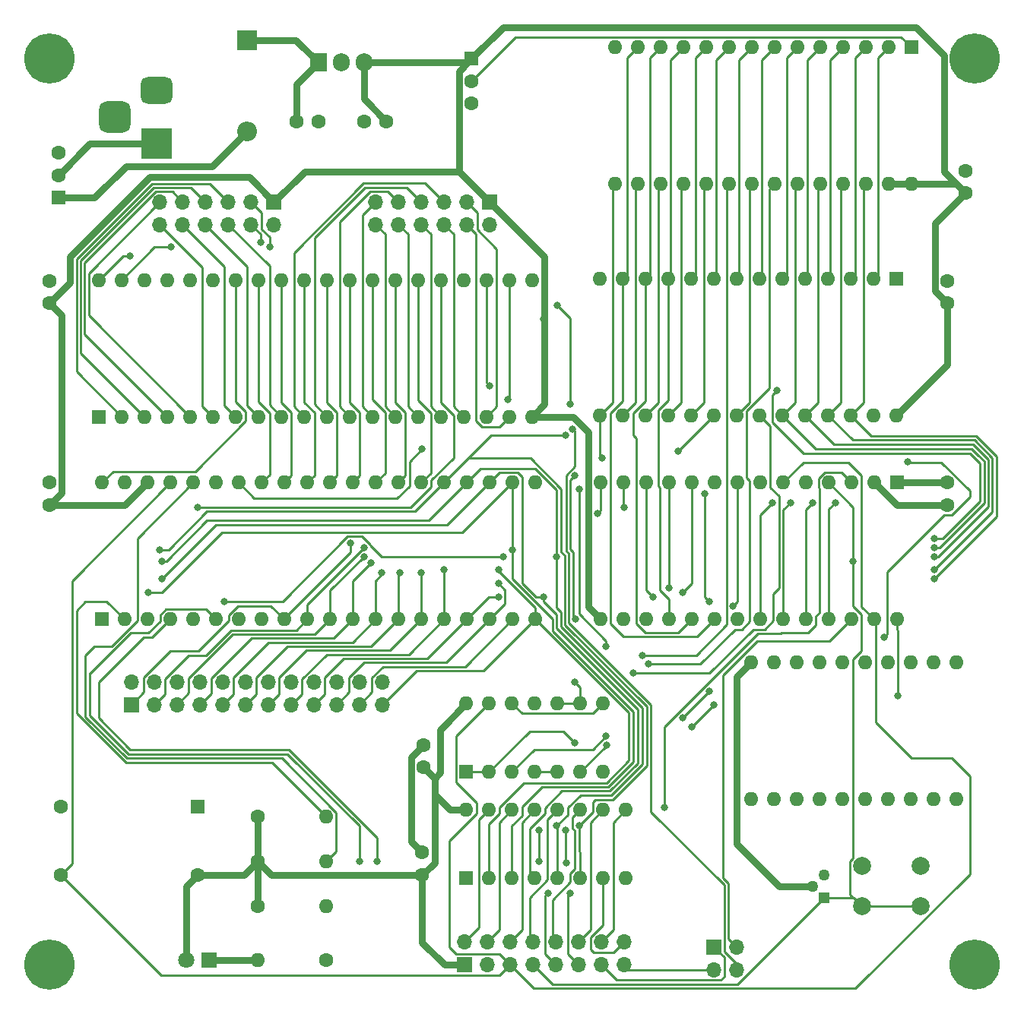
<source format=gbr>
%TF.GenerationSoftware,KiCad,Pcbnew,7.0.2*%
%TF.CreationDate,2023-05-29T20:29:47-07:00*%
%TF.ProjectId,Test6502_project,54657374-3635-4303-925f-70726f6a6563,rev?*%
%TF.SameCoordinates,Original*%
%TF.FileFunction,Copper,L1,Top*%
%TF.FilePolarity,Positive*%
%FSLAX46Y46*%
G04 Gerber Fmt 4.6, Leading zero omitted, Abs format (unit mm)*
G04 Created by KiCad (PCBNEW 7.0.2) date 2023-05-29 20:29:47*
%MOMM*%
%LPD*%
G01*
G04 APERTURE LIST*
G04 Aperture macros list*
%AMRoundRect*
0 Rectangle with rounded corners*
0 $1 Rounding radius*
0 $2 $3 $4 $5 $6 $7 $8 $9 X,Y pos of 4 corners*
0 Add a 4 corners polygon primitive as box body*
4,1,4,$2,$3,$4,$5,$6,$7,$8,$9,$2,$3,0*
0 Add four circle primitives for the rounded corners*
1,1,$1+$1,$2,$3*
1,1,$1+$1,$4,$5*
1,1,$1+$1,$6,$7*
1,1,$1+$1,$8,$9*
0 Add four rect primitives between the rounded corners*
20,1,$1+$1,$2,$3,$4,$5,0*
20,1,$1+$1,$4,$5,$6,$7,0*
20,1,$1+$1,$6,$7,$8,$9,0*
20,1,$1+$1,$8,$9,$2,$3,0*%
G04 Aperture macros list end*
%TA.AperFunction,ComponentPad*%
%ADD10C,1.600000*%
%TD*%
%TA.AperFunction,ComponentPad*%
%ADD11C,5.600000*%
%TD*%
%TA.AperFunction,ComponentPad*%
%ADD12O,1.600000X1.600000*%
%TD*%
%TA.AperFunction,ComponentPad*%
%ADD13R,2.200000X2.200000*%
%TD*%
%TA.AperFunction,ComponentPad*%
%ADD14O,2.200000X2.200000*%
%TD*%
%TA.AperFunction,ComponentPad*%
%ADD15R,1.600000X1.600000*%
%TD*%
%TA.AperFunction,ComponentPad*%
%ADD16R,1.700000X1.700000*%
%TD*%
%TA.AperFunction,ComponentPad*%
%ADD17O,1.700000X1.700000*%
%TD*%
%TA.AperFunction,ComponentPad*%
%ADD18R,3.500000X3.500000*%
%TD*%
%TA.AperFunction,ComponentPad*%
%ADD19RoundRect,0.750000X-1.000000X0.750000X-1.000000X-0.750000X1.000000X-0.750000X1.000000X0.750000X0*%
%TD*%
%TA.AperFunction,ComponentPad*%
%ADD20RoundRect,0.875000X-0.875000X0.875000X-0.875000X-0.875000X0.875000X-0.875000X0.875000X0.875000X0*%
%TD*%
%TA.AperFunction,ComponentPad*%
%ADD21R,1.270000X1.270000*%
%TD*%
%TA.AperFunction,ComponentPad*%
%ADD22C,1.270000*%
%TD*%
%TA.AperFunction,ComponentPad*%
%ADD23C,2.000000*%
%TD*%
%TA.AperFunction,ComponentPad*%
%ADD24R,1.800000X1.800000*%
%TD*%
%TA.AperFunction,ComponentPad*%
%ADD25C,1.800000*%
%TD*%
%TA.AperFunction,ComponentPad*%
%ADD26R,1.905000X2.000000*%
%TD*%
%TA.AperFunction,ComponentPad*%
%ADD27O,1.905000X2.000000*%
%TD*%
%TA.AperFunction,ViaPad*%
%ADD28C,0.800000*%
%TD*%
%TA.AperFunction,Conductor*%
%ADD29C,0.250000*%
%TD*%
%TA.AperFunction,Conductor*%
%ADD30C,0.762000*%
%TD*%
G04 APERTURE END LIST*
D10*
%TO.P,C7,1*%
%TO.N,+5V*%
X123000000Y-40000000D03*
%TO.P,C7,2*%
%TO.N,GND*%
X123000000Y-37500000D03*
%TD*%
D11*
%TO.P,H2,1,1*%
%TO.N,GND*%
X21000000Y-126000000D03*
%TD*%
D10*
%TO.P,R2,1*%
%TO.N,+5V*%
X44190000Y-114500000D03*
D12*
%TO.P,R2,2*%
%TO.N,Net-(6502CPU1-BE)*%
X51810000Y-114500000D03*
%TD*%
D10*
%TO.P,C5,1*%
%TO.N,+5V*%
X62660000Y-104000000D03*
%TO.P,C5,2*%
%TO.N,GND*%
X62660000Y-101500000D03*
%TD*%
D13*
%TO.P,D2,1,K*%
%TO.N,Net-(D2-K)*%
X43000000Y-22920000D03*
D14*
%TO.P,D2,2,A*%
%TO.N,Net-(D2-A)*%
X43000000Y-33080000D03*
%TD*%
D10*
%TO.P,C4,1*%
%TO.N,+5V*%
X121000000Y-74760000D03*
%TO.P,C4,2*%
%TO.N,GND*%
X121000000Y-72260000D03*
%TD*%
%TO.P,C3,1*%
%TO.N,+5V*%
X21000000Y-74760000D03*
%TO.P,C3,2*%
%TO.N,GND*%
X21000000Y-72260000D03*
%TD*%
D15*
%TO.P,ACIA1,1,VSS*%
%TO.N,GND*%
X115400000Y-72260000D03*
D12*
%TO.P,ACIA1,2,CS1*%
%TO.N,+5V*%
X112860000Y-72260000D03*
%TO.P,ACIA1,3,~{CS2}*%
%TO.N,/~{IO1}*%
X110320000Y-72260000D03*
%TO.P,ACIA1,4,~{RES}*%
%TO.N,/~{RES}*%
X107780000Y-72260000D03*
%TO.P,ACIA1,5,RxC*%
%TO.N,unconnected-(ACIA1-RxC-Pad5)*%
X105240000Y-72260000D03*
%TO.P,ACIA1,6,XTAL1*%
%TO.N,/CLK*%
X102700000Y-72260000D03*
%TO.P,ACIA1,7,XTAL2*%
%TO.N,unconnected-(ACIA1-XTAL2-Pad7)*%
X100160000Y-72260000D03*
%TO.P,ACIA1,8,~{RTS}*%
%TO.N,/~{ACIA_RTS}*%
X97620000Y-72260000D03*
%TO.P,ACIA1,9,~{CTS}*%
%TO.N,GND*%
X95080000Y-72260000D03*
%TO.P,ACIA1,10,TxD*%
%TO.N,/ACIA_TX*%
X92540000Y-72260000D03*
%TO.P,ACIA1,11,~{DTR}*%
%TO.N,Net-(ACIA1-~{DCD})*%
X90000000Y-72260000D03*
%TO.P,ACIA1,12,RxD*%
%TO.N,/ACIA_RX*%
X87460000Y-72260000D03*
%TO.P,ACIA1,13,RS0*%
%TO.N,/A0*%
X84920000Y-72260000D03*
%TO.P,ACIA1,14,RS1*%
%TO.N,/A1*%
X82380000Y-72260000D03*
%TO.P,ACIA1,15,VCC*%
%TO.N,+5V*%
X82380000Y-87500000D03*
%TO.P,ACIA1,16,~{DCD}*%
%TO.N,Net-(ACIA1-~{DCD})*%
X84920000Y-87500000D03*
%TO.P,ACIA1,17,~{DSR}*%
X87460000Y-87500000D03*
%TO.P,ACIA1,18,D0*%
%TO.N,/D0*%
X90000000Y-87500000D03*
%TO.P,ACIA1,19,D1*%
%TO.N,/D1*%
X92540000Y-87500000D03*
%TO.P,ACIA1,20,D2*%
%TO.N,/D2*%
X95080000Y-87500000D03*
%TO.P,ACIA1,21,D3*%
%TO.N,/D3*%
X97620000Y-87500000D03*
%TO.P,ACIA1,22,D4*%
%TO.N,/D4*%
X100160000Y-87500000D03*
%TO.P,ACIA1,23,D5*%
%TO.N,/D5*%
X102700000Y-87500000D03*
%TO.P,ACIA1,24,D6*%
%TO.N,/D6*%
X105240000Y-87500000D03*
%TO.P,ACIA1,25,D7*%
%TO.N,/D7*%
X107780000Y-87500000D03*
%TO.P,ACIA1,26,~{IRQ}*%
%TO.N,/~{ACIAIRQ}*%
X110320000Y-87500000D03*
%TO.P,ACIA1,27,\u03D52*%
%TO.N,/CLK*%
X112860000Y-87500000D03*
%TO.P,ACIA1,28,R/~{W}*%
%TO.N,/R{slash}~{W}*%
X115400000Y-87500000D03*
%TD*%
D16*
%TO.P,J3,1,Pin_1*%
%TO.N,+5V*%
X70000000Y-40960000D03*
D17*
%TO.P,J3,2,Pin_2*%
%TO.N,GND*%
X70000000Y-43500000D03*
%TO.P,J3,3,Pin_3*%
%TO.N,/CB1*%
X67460000Y-40960000D03*
%TO.P,J3,4,Pin_4*%
%TO.N,/CB2*%
X67460000Y-43500000D03*
%TO.P,J3,5,Pin_5*%
%TO.N,/PB0*%
X64920000Y-40960000D03*
%TO.P,J3,6,Pin_6*%
%TO.N,/PB7*%
X64920000Y-43500000D03*
%TO.P,J3,7,Pin_7*%
%TO.N,/PB1*%
X62380000Y-40960000D03*
%TO.P,J3,8,Pin_8*%
%TO.N,/PB6*%
X62380000Y-43500000D03*
%TO.P,J3,9,Pin_9*%
%TO.N,/PB2*%
X59840000Y-40960000D03*
%TO.P,J3,10,Pin_10*%
%TO.N,/PB5*%
X59840000Y-43500000D03*
%TO.P,J3,11,Pin_11*%
%TO.N,/PB3*%
X57300000Y-40960000D03*
%TO.P,J3,12,Pin_12*%
%TO.N,/PB4*%
X57300000Y-43500000D03*
%TD*%
D15*
%TO.P,SW_ROM_SEL1,1,A*%
%TO.N,+5V*%
X68000000Y-25000000D03*
D10*
%TO.P,SW_ROM_SEL1,2,B*%
%TO.N,/ROM_SEL*%
X68000000Y-27500000D03*
%TO.P,SW_ROM_SEL1,3,C*%
%TO.N,GND*%
X68000000Y-30000000D03*
%TD*%
%TO.P,C2,1*%
%TO.N,+5V*%
X121000000Y-52260000D03*
%TO.P,C2,2*%
%TO.N,GND*%
X121000000Y-49760000D03*
%TD*%
D15*
%TO.P,74LS138,1,A0*%
%TO.N,/A10*%
X67425000Y-116320000D03*
D12*
%TO.P,74LS138,2,A1*%
%TO.N,/A11*%
X69965000Y-116320000D03*
%TO.P,74LS138,3,A2*%
%TO.N,/A12*%
X72505000Y-116320000D03*
%TO.P,74LS138,4,E1*%
%TO.N,/A13*%
X75045000Y-116320000D03*
%TO.P,74LS138,5,E2*%
%TO.N,/A14*%
X77585000Y-116320000D03*
%TO.P,74LS138,6,E3*%
%TO.N,/A15*%
X80125000Y-116320000D03*
%TO.P,74LS138,7,O7*%
%TO.N,/~{IO7}*%
X82665000Y-116320000D03*
%TO.P,74LS138,8,GND*%
%TO.N,GND*%
X85205000Y-116320000D03*
%TO.P,74LS138,9,O6*%
%TO.N,/~{IO6}*%
X85205000Y-108700000D03*
%TO.P,74LS138,10,O5*%
%TO.N,/~{IO5}*%
X82665000Y-108700000D03*
%TO.P,74LS138,11,O4*%
%TO.N,/~{IO4}*%
X80125000Y-108700000D03*
%TO.P,74LS138,12,O3*%
%TO.N,/~{IO3}*%
X77585000Y-108700000D03*
%TO.P,74LS138,13,O2*%
%TO.N,/~{IO2}*%
X75045000Y-108700000D03*
%TO.P,74LS138,14,O1*%
%TO.N,/~{IO1}*%
X72505000Y-108700000D03*
%TO.P,74LS138,15,O0*%
%TO.N,/~{IO0}*%
X69965000Y-108700000D03*
%TO.P,74LS138,16,VCC*%
%TO.N,+5V*%
X67425000Y-108700000D03*
%TD*%
D15*
%TO.P,6502CPU1,1,~{VP}*%
%TO.N,unconnected-(6502CPU1-~{VP}-Pad1)*%
X26820000Y-87500000D03*
D12*
%TO.P,6502CPU1,2,RDY*%
%TO.N,Net-(6502CPU1-RDY)*%
X29360000Y-87500000D03*
%TO.P,6502CPU1,3,\u03D51*%
%TO.N,unconnected-(6502CPU1-\u03D51-Pad3)*%
X31900000Y-87500000D03*
%TO.P,6502CPU1,4,~{IRQ}*%
%TO.N,/~{IRQ}*%
X34440000Y-87500000D03*
%TO.P,6502CPU1,5,~{ML}*%
%TO.N,unconnected-(6502CPU1-~{ML}-Pad5)*%
X36980000Y-87500000D03*
%TO.P,6502CPU1,6,~{NMI}*%
%TO.N,/~{NMI}*%
X39520000Y-87500000D03*
%TO.P,6502CPU1,7,SYNC*%
%TO.N,unconnected-(6502CPU1-SYNC-Pad7)*%
X42060000Y-87500000D03*
%TO.P,6502CPU1,8,VDD*%
%TO.N,+5V*%
X44600000Y-87500000D03*
%TO.P,6502CPU1,9,A0*%
%TO.N,/A0*%
X47140000Y-87500000D03*
%TO.P,6502CPU1,10,A1*%
%TO.N,/A1*%
X49680000Y-87500000D03*
%TO.P,6502CPU1,11,A2*%
%TO.N,/A2*%
X52220000Y-87500000D03*
%TO.P,6502CPU1,12,A3*%
%TO.N,/A3*%
X54760000Y-87500000D03*
%TO.P,6502CPU1,13,A4*%
%TO.N,/A4*%
X57300000Y-87500000D03*
%TO.P,6502CPU1,14,A5*%
%TO.N,/A5*%
X59840000Y-87500000D03*
%TO.P,6502CPU1,15,A6*%
%TO.N,/A6*%
X62380000Y-87500000D03*
%TO.P,6502CPU1,16,A7*%
%TO.N,/A7*%
X64920000Y-87500000D03*
%TO.P,6502CPU1,17,A8*%
%TO.N,/A8*%
X67460000Y-87500000D03*
%TO.P,6502CPU1,18,A9*%
%TO.N,/A9*%
X70000000Y-87500000D03*
%TO.P,6502CPU1,19,A10*%
%TO.N,/A10*%
X72540000Y-87500000D03*
%TO.P,6502CPU1,20,A11*%
%TO.N,/A11*%
X75080000Y-87500000D03*
%TO.P,6502CPU1,21,VSS*%
%TO.N,GND*%
X75080000Y-72260000D03*
%TO.P,6502CPU1,22,A12*%
%TO.N,/A12*%
X72540000Y-72260000D03*
%TO.P,6502CPU1,23,A13*%
%TO.N,/A13*%
X70000000Y-72260000D03*
%TO.P,6502CPU1,24,A14*%
%TO.N,/A14*%
X67460000Y-72260000D03*
%TO.P,6502CPU1,25,A15*%
%TO.N,/A15*%
X64920000Y-72260000D03*
%TO.P,6502CPU1,26,D7*%
%TO.N,/D7*%
X62380000Y-72260000D03*
%TO.P,6502CPU1,27,D6*%
%TO.N,/D6*%
X59840000Y-72260000D03*
%TO.P,6502CPU1,28,D5*%
%TO.N,/D5*%
X57300000Y-72260000D03*
%TO.P,6502CPU1,29,D4*%
%TO.N,/D4*%
X54760000Y-72260000D03*
%TO.P,6502CPU1,30,D3*%
%TO.N,/D3*%
X52220000Y-72260000D03*
%TO.P,6502CPU1,31,D2*%
%TO.N,/D2*%
X49680000Y-72260000D03*
%TO.P,6502CPU1,32,D1*%
%TO.N,/D1*%
X47140000Y-72260000D03*
%TO.P,6502CPU1,33,D0*%
%TO.N,/D0*%
X44600000Y-72260000D03*
%TO.P,6502CPU1,34,R/~{W}*%
%TO.N,/R{slash}~{W}*%
X42060000Y-72260000D03*
%TO.P,6502CPU1,35,nc*%
%TO.N,unconnected-(6502CPU1-nc-Pad35)*%
X39520000Y-72260000D03*
%TO.P,6502CPU1,36,BE*%
%TO.N,Net-(6502CPU1-BE)*%
X36980000Y-72260000D03*
%TO.P,6502CPU1,37,\u03D50*%
%TO.N,/CLK*%
X34440000Y-72260000D03*
%TO.P,6502CPU1,38,~{SO}*%
%TO.N,+5V*%
X31900000Y-72260000D03*
%TO.P,6502CPU1,39,\u03D52*%
%TO.N,unconnected-(6502CPU1-\u03D52-Pad39)*%
X29360000Y-72260000D03*
%TO.P,6502CPU1,40,~{RES}*%
%TO.N,/~{RES}*%
X26820000Y-72260000D03*
%TD*%
D15*
%TO.P,SW_PWR1,1,A*%
%TO.N,Net-(D2-A)*%
X22000000Y-40500000D03*
D10*
%TO.P,SW_PWR1,2,B*%
%TO.N,Net-(SW_PWR1-B)*%
X22000000Y-38000000D03*
%TO.P,SW_PWR1,3,C*%
%TO.N,unconnected-(SW_PWR1-C-Pad3)*%
X22000000Y-35500000D03*
%TD*%
D16*
%TO.P,J1,1,Pin_1*%
%TO.N,/~{NMI}*%
X94960000Y-124000000D03*
D17*
%TO.P,J1,2,Pin_2*%
%TO.N,/~{ACIAIRQ}*%
X97500000Y-124000000D03*
%TO.P,J1,3,Pin_3*%
%TO.N,/~{IRQ}*%
X94960000Y-126540000D03*
%TO.P,J1,4,Pin_4*%
%TO.N,/~{VIAIRQ}*%
X97500000Y-126540000D03*
%TD*%
D15*
%TO.P,CLK1,1,EN*%
%TO.N,unconnected-(CLK1-EN-Pad1)*%
X37500000Y-108380000D03*
D10*
%TO.P,CLK1,7,GND*%
%TO.N,GND*%
X22260000Y-108380000D03*
%TO.P,CLK1,8,OUT*%
%TO.N,/CLK*%
X22260000Y-116000000D03*
%TO.P,CLK1,14,Vcc*%
%TO.N,+5V*%
X37500000Y-116000000D03*
%TD*%
%TO.P,R4,1*%
%TO.N,GND*%
X51810000Y-125500000D03*
D12*
%TO.P,R4,2*%
%TO.N,Net-(D1-K)*%
X44190000Y-125500000D03*
%TD*%
D11*
%TO.P,H4,1,1*%
%TO.N,GND*%
X124000000Y-126000000D03*
%TD*%
%TO.P,H3,1,1*%
%TO.N,GND*%
X124000000Y-25000000D03*
%TD*%
D18*
%TO.P,J5,1*%
%TO.N,Net-(SW_PWR1-B)*%
X32957500Y-34500000D03*
D19*
%TO.P,J5,2*%
%TO.N,GND*%
X32957500Y-28500000D03*
D20*
%TO.P,J5,3*%
%TO.N,N/C*%
X28257500Y-31500000D03*
%TD*%
D16*
%TO.P,J7,1,Pin_1*%
%TO.N,+5V*%
X67220000Y-126000000D03*
D17*
%TO.P,J7,2,Pin_2*%
%TO.N,/~{IO0}*%
X67220000Y-123460000D03*
%TO.P,J7,3,Pin_3*%
%TO.N,GND*%
X69760000Y-126000000D03*
%TO.P,J7,4,Pin_4*%
%TO.N,/~{IO1}*%
X69760000Y-123460000D03*
%TO.P,J7,5,Pin_5*%
%TO.N,/CLK*%
X72300000Y-126000000D03*
%TO.P,J7,6,Pin_6*%
%TO.N,/~{IO2}*%
X72300000Y-123460000D03*
%TO.P,J7,7,Pin_7*%
%TO.N,/~{RES}*%
X74840000Y-126000000D03*
%TO.P,J7,8,Pin_8*%
%TO.N,/~{IO3}*%
X74840000Y-123460000D03*
%TO.P,J7,9,Pin_9*%
%TO.N,/~{RAMWE}*%
X77380000Y-126000000D03*
%TO.P,J7,10,Pin_10*%
%TO.N,/~{IO4}*%
X77380000Y-123460000D03*
%TO.P,J7,11,Pin_11*%
%TO.N,/R{slash}~{W}*%
X79920000Y-126000000D03*
%TO.P,J7,12,Pin_12*%
%TO.N,/~{IO5}*%
X79920000Y-123460000D03*
%TO.P,J7,13,Pin_13*%
%TO.N,/~{NMI}*%
X82460000Y-126000000D03*
%TO.P,J7,14,Pin_14*%
%TO.N,/~{IO6}*%
X82460000Y-123460000D03*
%TO.P,J7,15,Pin_15*%
%TO.N,/~{IRQ}*%
X85000000Y-126000000D03*
%TO.P,J7,16,Pin_16*%
%TO.N,/~{IO7}*%
X85000000Y-123460000D03*
%TD*%
D15*
%TO.P,U6,1*%
%TO.N,/A15*%
X67420000Y-104500000D03*
D12*
%TO.P,U6,2*%
X69960000Y-104500000D03*
%TO.P,U6,3*%
%TO.N,/~{ROMCS}*%
X72500000Y-104500000D03*
%TO.P,U6,4*%
%TO.N,/A14*%
X75040000Y-104500000D03*
%TO.P,U6,5*%
X77580000Y-104500000D03*
%TO.P,U6,6*%
%TO.N,/~{ROMOE}*%
X80120000Y-104500000D03*
%TO.P,U6,7,GND*%
%TO.N,GND*%
X82660000Y-104500000D03*
%TO.P,U6,8*%
%TO.N,/~{RAMOE}*%
X82660000Y-96880000D03*
%TO.P,U6,9*%
%TO.N,/R{slash}~{W}*%
X80120000Y-96880000D03*
%TO.P,U6,10*%
X77580000Y-96880000D03*
%TO.P,U6,11*%
%TO.N,/~{RAMWE}*%
X75040000Y-96880000D03*
%TO.P,U6,12*%
%TO.N,/~{RAMOE}*%
X72500000Y-96880000D03*
%TO.P,U6,13*%
%TO.N,/CLK*%
X69960000Y-96880000D03*
%TO.P,U6,14,VCC*%
%TO.N,+5V*%
X67420000Y-96880000D03*
%TD*%
D21*
%TO.P,DS1813,1,\u002ARST*%
%TO.N,/~{RES}*%
X107270000Y-118540000D03*
D22*
%TO.P,DS1813,2,VCC*%
%TO.N,+5V*%
X106000000Y-117270000D03*
%TO.P,DS1813,3,GND*%
%TO.N,GND*%
X107270000Y-116000000D03*
%TD*%
D10*
%TO.P,R1,1*%
%TO.N,+5V*%
X44190000Y-109500000D03*
D12*
%TO.P,R1,2*%
%TO.N,Net-(6502CPU1-RDY)*%
X51810000Y-109500000D03*
%TD*%
D15*
%TO.P,ROM1,1,A14*%
%TO.N,/ROM_SEL*%
X116980000Y-23730000D03*
D12*
%TO.P,ROM1,2,A12*%
%TO.N,/A12*%
X114440000Y-23730000D03*
%TO.P,ROM1,3,A7*%
%TO.N,/A7*%
X111900000Y-23730000D03*
%TO.P,ROM1,4,A6*%
%TO.N,/A6*%
X109360000Y-23730000D03*
%TO.P,ROM1,5,A5*%
%TO.N,/A5*%
X106820000Y-23730000D03*
%TO.P,ROM1,6,A4*%
%TO.N,/A4*%
X104280000Y-23730000D03*
%TO.P,ROM1,7,A3*%
%TO.N,/A3*%
X101740000Y-23730000D03*
%TO.P,ROM1,8,A2*%
%TO.N,/A2*%
X99200000Y-23730000D03*
%TO.P,ROM1,9,A1*%
%TO.N,/A1*%
X96660000Y-23730000D03*
%TO.P,ROM1,10,A0*%
%TO.N,/A0*%
X94120000Y-23730000D03*
%TO.P,ROM1,11,D0*%
%TO.N,/D0*%
X91580000Y-23730000D03*
%TO.P,ROM1,12,D1*%
%TO.N,/D1*%
X89040000Y-23730000D03*
%TO.P,ROM1,13,D2*%
%TO.N,/D2*%
X86500000Y-23730000D03*
%TO.P,ROM1,14,GND*%
%TO.N,GND*%
X83960000Y-23730000D03*
%TO.P,ROM1,15,D3*%
%TO.N,/D3*%
X83960000Y-38970000D03*
%TO.P,ROM1,16,D4*%
%TO.N,/D4*%
X86500000Y-38970000D03*
%TO.P,ROM1,17,D5*%
%TO.N,/D5*%
X89040000Y-38970000D03*
%TO.P,ROM1,18,D6*%
%TO.N,/D6*%
X91580000Y-38970000D03*
%TO.P,ROM1,19,D7*%
%TO.N,/D7*%
X94120000Y-38970000D03*
%TO.P,ROM1,20,~{CS}*%
%TO.N,/~{ROMCS}*%
X96660000Y-38970000D03*
%TO.P,ROM1,21,A10*%
%TO.N,/A10*%
X99200000Y-38970000D03*
%TO.P,ROM1,22,~{OE}*%
%TO.N,/~{ROMOE}*%
X101740000Y-38970000D03*
%TO.P,ROM1,23,A11*%
%TO.N,/A11*%
X104280000Y-38970000D03*
%TO.P,ROM1,24,A9*%
%TO.N,/A9*%
X106820000Y-38970000D03*
%TO.P,ROM1,25,A8*%
%TO.N,/A8*%
X109360000Y-38970000D03*
%TO.P,ROM1,26,A13*%
%TO.N,/A13*%
X111900000Y-38970000D03*
%TO.P,ROM1,27,~{WE}*%
%TO.N,+5V*%
X114440000Y-38970000D03*
%TO.P,ROM1,28,VCC*%
X116980000Y-38970000D03*
%TD*%
D23*
%TO.P,SW_RES1,1,1*%
%TO.N,GND*%
X111500000Y-115000000D03*
X118000000Y-115000000D03*
%TO.P,SW_RES1,2,2*%
%TO.N,/~{RES}*%
X111500000Y-119500000D03*
X118000000Y-119500000D03*
%TD*%
D12*
%TO.P,VIA1,40,CA1*%
%TO.N,/CA1*%
X26486481Y-49674940D03*
%TO.P,VIA1,39,CA2*%
%TO.N,/CA2*%
X29026481Y-49674940D03*
%TO.P,VIA1,38,RS0*%
%TO.N,/A0*%
X31566481Y-49674940D03*
%TO.P,VIA1,37,RS1*%
%TO.N,/A1*%
X34106481Y-49674940D03*
%TO.P,VIA1,36,RS2*%
%TO.N,/A2*%
X36646481Y-49674940D03*
%TO.P,VIA1,35,RS3*%
%TO.N,/A3*%
X39186481Y-49674940D03*
%TO.P,VIA1,34,~{RES}*%
%TO.N,/~{RES}*%
X41726481Y-49674940D03*
%TO.P,VIA1,33,D0*%
%TO.N,/D0*%
X44266481Y-49674940D03*
%TO.P,VIA1,32,D1*%
%TO.N,/D1*%
X46806481Y-49674940D03*
%TO.P,VIA1,31,D2*%
%TO.N,/D2*%
X49346481Y-49674940D03*
%TO.P,VIA1,30,D3*%
%TO.N,/D3*%
X51886481Y-49674940D03*
%TO.P,VIA1,29,D4*%
%TO.N,/D4*%
X54426481Y-49674940D03*
%TO.P,VIA1,28,D5*%
%TO.N,/D5*%
X56966481Y-49674940D03*
%TO.P,VIA1,27,D6*%
%TO.N,/D6*%
X59506481Y-49674940D03*
%TO.P,VIA1,26,D7*%
%TO.N,/D7*%
X62046481Y-49674940D03*
%TO.P,VIA1,25,\u03D52*%
%TO.N,/CLK*%
X64586481Y-49674940D03*
%TO.P,VIA1,24,CS1*%
%TO.N,+5V*%
X67126481Y-49674940D03*
%TO.P,VIA1,23,~{CS2}*%
%TO.N,/~{IO0}*%
X69666481Y-49674940D03*
%TO.P,VIA1,22,R/~{W}*%
%TO.N,/R{slash}~{W}*%
X72206481Y-49674940D03*
%TO.P,VIA1,21,~{IRQ}*%
%TO.N,/~{VIAIRQ}*%
X74746481Y-49674940D03*
%TO.P,VIA1,20,VCC*%
%TO.N,+5V*%
X74746481Y-64914940D03*
%TO.P,VIA1,19,CB2*%
%TO.N,/CB2*%
X72206481Y-64914940D03*
%TO.P,VIA1,18,CB1*%
%TO.N,/CB1*%
X69666481Y-64914940D03*
%TO.P,VIA1,17,PB7*%
%TO.N,/PB7*%
X67126481Y-64914940D03*
%TO.P,VIA1,16,PB6*%
%TO.N,/PB6*%
X64586481Y-64914940D03*
%TO.P,VIA1,15,PB5*%
%TO.N,/PB5*%
X62046481Y-64914940D03*
%TO.P,VIA1,14,PB4*%
%TO.N,/PB4*%
X59506481Y-64914940D03*
%TO.P,VIA1,13,PB3*%
%TO.N,/PB3*%
X56966481Y-64914940D03*
%TO.P,VIA1,12,PB2*%
%TO.N,/PB2*%
X54426481Y-64914940D03*
%TO.P,VIA1,11,PB1*%
%TO.N,/PB1*%
X51886481Y-64914940D03*
%TO.P,VIA1,10,PB0*%
%TO.N,/PB0*%
X49346481Y-64914940D03*
%TO.P,VIA1,9,PA7*%
%TO.N,/PA7*%
X46806481Y-64914940D03*
%TO.P,VIA1,8,PA6*%
%TO.N,/PA6*%
X44266481Y-64914940D03*
%TO.P,VIA1,7,PA5*%
%TO.N,/PA5*%
X41726481Y-64914940D03*
%TO.P,VIA1,6,PA4*%
%TO.N,/PA4*%
X39186481Y-64914940D03*
%TO.P,VIA1,5,PA3*%
%TO.N,/PA3*%
X36646481Y-64914940D03*
%TO.P,VIA1,4,PA2*%
%TO.N,/PA2*%
X34106481Y-64914940D03*
%TO.P,VIA1,3,PA1*%
%TO.N,/PA1*%
X31566481Y-64914940D03*
%TO.P,VIA1,2,PA0*%
%TO.N,/PA0*%
X29026481Y-64914940D03*
D15*
%TO.P,VIA1,1,VSS*%
%TO.N,GND*%
X26486481Y-64914940D03*
%TD*%
D24*
%TO.P,D1,1,K*%
%TO.N,Net-(D1-K)*%
X38775000Y-125500000D03*
D25*
%TO.P,D1,2,A*%
%TO.N,+5V*%
X36235000Y-125500000D03*
%TD*%
D10*
%TO.P,C6,1*%
%TO.N,+5V*%
X62500000Y-116000000D03*
%TO.P,C6,2*%
%TO.N,GND*%
X62500000Y-113500000D03*
%TD*%
D16*
%TO.P,J6,1,Pin_1*%
%TO.N,/A0*%
X30140000Y-97000000D03*
D17*
%TO.P,J6,2,Pin_2*%
%TO.N,/A12*%
X30140000Y-94460000D03*
%TO.P,J6,3,Pin_3*%
%TO.N,/A1*%
X32680000Y-97000000D03*
%TO.P,J6,4,Pin_4*%
%TO.N,/A13*%
X32680000Y-94460000D03*
%TO.P,J6,5,Pin_5*%
%TO.N,/A2*%
X35220000Y-97000000D03*
%TO.P,J6,6,Pin_6*%
%TO.N,/A14*%
X35220000Y-94460000D03*
%TO.P,J6,7,Pin_7*%
%TO.N,/A3*%
X37760000Y-97000000D03*
%TO.P,J6,8,Pin_8*%
%TO.N,/A15*%
X37760000Y-94460000D03*
%TO.P,J6,9,Pin_9*%
%TO.N,/A4*%
X40300000Y-97000000D03*
%TO.P,J6,10,Pin_10*%
%TO.N,/D0*%
X40300000Y-94460000D03*
%TO.P,J6,11,Pin_11*%
%TO.N,/A5*%
X42840000Y-97000000D03*
%TO.P,J6,12,Pin_12*%
%TO.N,/D1*%
X42840000Y-94460000D03*
%TO.P,J6,13,Pin_13*%
%TO.N,/A6*%
X45380000Y-97000000D03*
%TO.P,J6,14,Pin_14*%
%TO.N,/D2*%
X45380000Y-94460000D03*
%TO.P,J6,15,Pin_15*%
%TO.N,/A7*%
X47920000Y-97000000D03*
%TO.P,J6,16,Pin_16*%
%TO.N,/D3*%
X47920000Y-94460000D03*
%TO.P,J6,17,Pin_17*%
%TO.N,/A8*%
X50460000Y-97000000D03*
%TO.P,J6,18,Pin_18*%
%TO.N,/D4*%
X50460000Y-94460000D03*
%TO.P,J6,19,Pin_19*%
%TO.N,/A9*%
X53000000Y-97000000D03*
%TO.P,J6,20,Pin_20*%
%TO.N,/D5*%
X53000000Y-94460000D03*
%TO.P,J6,21,Pin_21*%
%TO.N,/A10*%
X55540000Y-97000000D03*
%TO.P,J6,22,Pin_22*%
%TO.N,/D6*%
X55540000Y-94460000D03*
%TO.P,J6,23,Pin_23*%
%TO.N,/A11*%
X58080000Y-97000000D03*
%TO.P,J6,24,Pin_24*%
%TO.N,/D7*%
X58080000Y-94460000D03*
%TD*%
D15*
%TO.P,RAM1,1,A14*%
%TO.N,/A14*%
X115320000Y-49520000D03*
D12*
%TO.P,RAM1,2,A12*%
%TO.N,/A12*%
X112780000Y-49520000D03*
%TO.P,RAM1,3,A7*%
%TO.N,/A7*%
X110240000Y-49520000D03*
%TO.P,RAM1,4,A6*%
%TO.N,/A6*%
X107700000Y-49520000D03*
%TO.P,RAM1,5,A5*%
%TO.N,/A5*%
X105160000Y-49520000D03*
%TO.P,RAM1,6,A4*%
%TO.N,/A4*%
X102620000Y-49520000D03*
%TO.P,RAM1,7,A3*%
%TO.N,/A3*%
X100080000Y-49520000D03*
%TO.P,RAM1,8,A2*%
%TO.N,/A2*%
X97540000Y-49520000D03*
%TO.P,RAM1,9,A1*%
%TO.N,/A1*%
X95000000Y-49520000D03*
%TO.P,RAM1,10,A0*%
%TO.N,/A0*%
X92460000Y-49520000D03*
%TO.P,RAM1,11,Q0*%
%TO.N,/D0*%
X89920000Y-49520000D03*
%TO.P,RAM1,12,Q1*%
%TO.N,/D1*%
X87380000Y-49520000D03*
%TO.P,RAM1,13,Q2*%
%TO.N,/D2*%
X84840000Y-49520000D03*
%TO.P,RAM1,14,GND*%
%TO.N,GND*%
X82300000Y-49520000D03*
%TO.P,RAM1,15,Q3*%
%TO.N,/D3*%
X82300000Y-64760000D03*
%TO.P,RAM1,16,Q4*%
%TO.N,/D4*%
X84840000Y-64760000D03*
%TO.P,RAM1,17,Q5*%
%TO.N,/D5*%
X87380000Y-64760000D03*
%TO.P,RAM1,18,Q6*%
%TO.N,/D6*%
X89920000Y-64760000D03*
%TO.P,RAM1,19,Q7*%
%TO.N,/D7*%
X92460000Y-64760000D03*
%TO.P,RAM1,20,~{CS}*%
%TO.N,/A15*%
X95000000Y-64760000D03*
%TO.P,RAM1,21,A10*%
%TO.N,/A10*%
X97540000Y-64760000D03*
%TO.P,RAM1,22,~{OE}*%
%TO.N,/~{RAMOE}*%
X100080000Y-64760000D03*
%TO.P,RAM1,23,A11*%
%TO.N,/A11*%
X102620000Y-64760000D03*
%TO.P,RAM1,24,A9*%
%TO.N,/A9*%
X105160000Y-64760000D03*
%TO.P,RAM1,25,A8*%
%TO.N,/A8*%
X107700000Y-64760000D03*
%TO.P,RAM1,26,A13*%
%TO.N,/A13*%
X110240000Y-64760000D03*
%TO.P,RAM1,27,~{WE}*%
%TO.N,/~{RAMWE}*%
X112780000Y-64760000D03*
%TO.P,RAM1,28,VCC*%
%TO.N,+5V*%
X115320000Y-64760000D03*
%TD*%
D11*
%TO.P,H1,1,1*%
%TO.N,GND*%
X21000000Y-25000000D03*
%TD*%
D10*
%TO.P,R3,1*%
%TO.N,+5V*%
X44190000Y-119500000D03*
D12*
%TO.P,R3,2*%
%TO.N,/~{ACIAIRQ}*%
X51810000Y-119500000D03*
%TD*%
D26*
%TO.P,U1,1,VI*%
%TO.N,Net-(D2-K)*%
X50920000Y-25404830D03*
D27*
%TO.P,U1,2,GND*%
%TO.N,GND*%
X53460000Y-25404830D03*
%TO.P,U1,3,VO*%
%TO.N,+5V*%
X56000000Y-25404830D03*
%TD*%
D12*
%TO.P,UART1,1,Pin_1*%
%TO.N,unconnected-(UART1-Pin_1-Pad1)*%
X121960000Y-92260000D03*
%TO.P,UART1,2,Pin_2*%
%TO.N,unconnected-(UART1-Pin_2-Pad2)*%
X119420000Y-92260000D03*
%TO.P,UART1,3,Pin_3*%
%TO.N,unconnected-(UART1-Pin_3-Pad3)*%
X116880000Y-92260000D03*
%TO.P,UART1,4,Pin_4*%
%TO.N,unconnected-(UART1-Pin_4-Pad4)*%
X114340000Y-92260000D03*
%TO.P,UART1,5,Pin_5*%
%TO.N,unconnected-(UART1-Pin_5-Pad5)*%
X111800000Y-92260000D03*
%TO.P,UART1,6,Pin_6*%
%TO.N,unconnected-(UART1-Pin_6-Pad6)*%
X109260000Y-92260000D03*
%TO.P,UART1,7,Pin_7*%
%TO.N,unconnected-(UART1-Pin_7-Pad7)*%
X106720000Y-92260000D03*
%TO.P,UART1,8,Pin_8*%
%TO.N,unconnected-(UART1-Pin_8-Pad8)*%
X104180000Y-92260000D03*
%TO.P,UART1,9,Pin_9*%
%TO.N,unconnected-(UART1-Pin_9-Pad9)*%
X101640000Y-92260000D03*
%TO.P,UART1,10,Pin_10*%
%TO.N,+5V*%
X99100000Y-92260000D03*
%TO.P,UART1,11,Pin_11*%
%TO.N,/ACIA_RX*%
X99100000Y-107500000D03*
%TO.P,UART1,12,Pin_12*%
%TO.N,GND*%
X101640000Y-107500000D03*
%TO.P,UART1,13,Pin_13*%
%TO.N,unconnected-(UART1-Pin_13-Pad13)*%
X104180000Y-107500000D03*
%TO.P,UART1,14,Pin_14*%
%TO.N,/ACIA_TX*%
X106720000Y-107500000D03*
%TO.P,UART1,15,Pin_15*%
%TO.N,unconnected-(UART1-Pin_15-Pad15)*%
X109260000Y-107500000D03*
%TO.P,UART1,16,Pin_16*%
%TO.N,unconnected-(UART1-Pin_16-Pad16)*%
X111800000Y-107500000D03*
%TO.P,UART1,17,Pin_17*%
%TO.N,unconnected-(UART1-Pin_17-Pad17)*%
X114340000Y-107500000D03*
%TO.P,UART1,18,Pin_18*%
%TO.N,/~{ACIA_RTS}*%
X116880000Y-107500000D03*
%TO.P,UART1,19,Pin_19*%
%TO.N,GND*%
X119420000Y-107500000D03*
%TO.P,UART1,20,Pin_20*%
X121960000Y-107500000D03*
%TD*%
D10*
%TO.P,C8,1*%
%TO.N,Net-(D2-K)*%
X48500000Y-32000000D03*
%TO.P,C8,2*%
%TO.N,GND*%
X51000000Y-32000000D03*
%TD*%
D16*
%TO.P,J2,1,Pin_1*%
%TO.N,+5V*%
X46000000Y-41000000D03*
D17*
%TO.P,J2,2,Pin_2*%
%TO.N,GND*%
X46000000Y-43540000D03*
%TO.P,J2,3,Pin_3*%
%TO.N,/CA1*%
X43460000Y-41000000D03*
%TO.P,J2,4,Pin_4*%
%TO.N,/CA2*%
X43460000Y-43540000D03*
%TO.P,J2,5,Pin_5*%
%TO.N,/PA0*%
X40920000Y-41000000D03*
%TO.P,J2,6,Pin_6*%
%TO.N,/PA7*%
X40920000Y-43540000D03*
%TO.P,J2,7,Pin_7*%
%TO.N,/PA1*%
X38380000Y-41000000D03*
%TO.P,J2,8,Pin_8*%
%TO.N,/PA6*%
X38380000Y-43540000D03*
%TO.P,J2,9,Pin_9*%
%TO.N,/PA2*%
X35840000Y-41000000D03*
%TO.P,J2,10,Pin_10*%
%TO.N,/PA5*%
X35840000Y-43540000D03*
%TO.P,J2,11,Pin_11*%
%TO.N,/PA3*%
X33300000Y-41000000D03*
%TO.P,J2,12,Pin_12*%
%TO.N,/PA4*%
X33300000Y-43540000D03*
%TD*%
D10*
%TO.P,C1,1*%
%TO.N,+5V*%
X21000000Y-52260000D03*
%TO.P,C1,2*%
%TO.N,GND*%
X21000000Y-49760000D03*
%TD*%
%TO.P,C9,1*%
%TO.N,+5V*%
X58500000Y-32000000D03*
%TO.P,C9,2*%
%TO.N,GND*%
X56000000Y-32000000D03*
%TD*%
D28*
%TO.N,/A0*%
X54512299Y-78987701D03*
X85000000Y-75000000D03*
%TO.N,/A1*%
X82000000Y-75725500D03*
X56000000Y-79500000D03*
%TO.N,/A2*%
X56024598Y-80500000D03*
%TO.N,/A3*%
X56762299Y-81237701D03*
%TO.N,/A4*%
X58000000Y-82325500D03*
%TO.N,/A5*%
X60000000Y-82325500D03*
%TO.N,/A6*%
X62380000Y-82325500D03*
%TO.N,/A7*%
X64920000Y-82000000D03*
%TO.N,/A8*%
X119500000Y-82000000D03*
X71000000Y-85000000D03*
%TO.N,/A9*%
X71000000Y-83500000D03*
X119500000Y-80500000D03*
%TO.N,/A10*%
X119500000Y-78500000D03*
X102000000Y-62000000D03*
%TO.N,/A11*%
X71000000Y-82000000D03*
X119500000Y-79500000D03*
%TO.N,/A12*%
X32000000Y-84500000D03*
X72511719Y-79724500D03*
%TO.N,/A13*%
X33500000Y-83000000D03*
X76000000Y-85000000D03*
X119500000Y-83000000D03*
%TO.N,/A14*%
X77500000Y-80500000D03*
X33500000Y-81000000D03*
X77500000Y-110500000D03*
%TO.N,/A15*%
X91000000Y-68760000D03*
X33267701Y-79732299D03*
X80000000Y-110500000D03*
X78500000Y-67000000D03*
X79500000Y-101275500D03*
%TO.N,+5V*%
X76000000Y-54000000D03*
%TO.N,/D3*%
X82500000Y-69500000D03*
X94000000Y-73500000D03*
X94482434Y-85482039D03*
%TO.N,/D4*%
X101500000Y-74500000D03*
%TO.N,/D5*%
X103500000Y-74500000D03*
%TO.N,/D6*%
X106000000Y-74500000D03*
%TO.N,/D7*%
X108500000Y-74500000D03*
%TO.N,Net-(ACIA1-~{DCD})*%
X90000000Y-84000000D03*
%TO.N,/~{IO1}*%
X89500000Y-108500000D03*
%TO.N,/~{IRQ}*%
X57500000Y-114500000D03*
%TO.N,/~{NMI}*%
X55500000Y-114500000D03*
%TO.N,/R{slash}~{W}*%
X72000000Y-63000000D03*
X92500000Y-99500000D03*
X115500000Y-96000000D03*
X79000000Y-118000000D03*
X62500000Y-68500000D03*
X78500000Y-111000000D03*
X83000000Y-90500000D03*
X78549275Y-114637394D03*
X79500000Y-94500000D03*
X80000000Y-73000000D03*
X95000000Y-97000000D03*
%TO.N,/~{RES}*%
X71500000Y-80500000D03*
X40500000Y-85500000D03*
X110500000Y-81000000D03*
%TO.N,/~{ACIA_RTS}*%
X97139500Y-86000000D03*
%TO.N,/ACIA_TX*%
X91500000Y-84500000D03*
%TO.N,/ACIA_RX*%
X88184500Y-85000000D03*
%TO.N,/~{VIAIRQ}*%
X77535771Y-52464229D03*
X79000000Y-63500000D03*
X79276207Y-66275500D03*
%TO.N,/CA1*%
X45500000Y-46000000D03*
X30000000Y-47000000D03*
%TO.N,/CA2*%
X34500000Y-46000000D03*
X44500000Y-45500000D03*
%TO.N,/~{IO0}*%
X79574500Y-87500000D03*
X79500000Y-71500000D03*
X70000000Y-61500000D03*
%TO.N,/CLK*%
X37500000Y-75000000D03*
%TO.N,/~{RAMOE}*%
X86000000Y-93500000D03*
%TO.N,/~{RAMWE}*%
X76500000Y-118000000D03*
X75500000Y-114500000D03*
X113983196Y-89483196D03*
X116539873Y-69960500D03*
X94500000Y-95500000D03*
X75500000Y-111000000D03*
X91500000Y-98500000D03*
%TO.N,/~{ROMCS}*%
X87000000Y-91500000D03*
X83000000Y-100500000D03*
%TO.N,/~{ROMOE}*%
X87724500Y-92500000D03*
X83012299Y-101512299D03*
%TD*%
D29*
%TO.N,/~{IO6}*%
X83790000Y-110115000D02*
X85205000Y-108700000D01*
X83790000Y-122130000D02*
X83790000Y-110115000D01*
X82460000Y-123460000D02*
X83790000Y-122130000D01*
%TO.N,/~{IO5}*%
X81250000Y-110115000D02*
X82665000Y-108700000D01*
X81250000Y-122130000D02*
X81250000Y-110115000D01*
X79920000Y-123460000D02*
X81250000Y-122130000D01*
%TO.N,Net-(6502CPU1-RDY)*%
X24000000Y-86500000D02*
X25000000Y-85500000D01*
X27360000Y-85500000D02*
X29360000Y-87500000D01*
X51810000Y-109500000D02*
X45810000Y-103500000D01*
X45810000Y-103500000D02*
X29500000Y-103500000D01*
X29500000Y-103500000D02*
X24000000Y-98000000D01*
X24000000Y-98000000D02*
X24000000Y-86500000D01*
X25000000Y-85500000D02*
X27360000Y-85500000D01*
%TO.N,/~{IO4}*%
X79500000Y-115354009D02*
X79500000Y-111025305D01*
X77000000Y-118785991D02*
X79000000Y-116785991D01*
X79275000Y-110800305D02*
X79275000Y-109550000D01*
X77380000Y-123460000D02*
X77000000Y-123080000D01*
X77000000Y-123080000D02*
X77000000Y-118785991D01*
X79500000Y-111025305D02*
X79275000Y-110800305D01*
X79000000Y-116785991D02*
X79000000Y-115854009D01*
X79000000Y-115854009D02*
X79500000Y-115354009D01*
X79275000Y-109550000D02*
X80125000Y-108700000D01*
%TO.N,/A0*%
X92460000Y-49520000D02*
X92995000Y-48985000D01*
X54512299Y-78987701D02*
X54512299Y-79987701D01*
X41969009Y-86000000D02*
X45640000Y-86000000D01*
X40935000Y-87034009D02*
X41969009Y-86000000D01*
X31505000Y-95635000D02*
X31505000Y-93973299D01*
X92995000Y-24855000D02*
X94120000Y-23730000D01*
X84920000Y-72260000D02*
X84920000Y-74920000D01*
X34478299Y-91000000D02*
X37610991Y-91000000D01*
X92995000Y-48985000D02*
X92995000Y-24855000D01*
X54512299Y-79987701D02*
X47140000Y-87360000D01*
X30140000Y-97000000D02*
X31505000Y-95635000D01*
X84920000Y-74920000D02*
X85000000Y-75000000D01*
X31505000Y-93973299D02*
X34478299Y-91000000D01*
X45640000Y-86000000D02*
X47140000Y-87500000D01*
X37610991Y-91000000D02*
X40935000Y-87675991D01*
X40935000Y-87675991D02*
X40935000Y-87034009D01*
X47140000Y-87360000D02*
X47140000Y-87500000D01*
%TO.N,/A1*%
X56000000Y-79500000D02*
X49680000Y-85820000D01*
X48471220Y-88708780D02*
X41213123Y-88708780D01*
X96660000Y-23730000D02*
X95245000Y-25145000D01*
X36518299Y-91500000D02*
X33855000Y-94163299D01*
X33855000Y-94163299D02*
X33855000Y-95825000D01*
X38421903Y-91500000D02*
X36518299Y-91500000D01*
X82380000Y-75345500D02*
X82380000Y-72260000D01*
X49680000Y-85820000D02*
X49680000Y-87500000D01*
X41213123Y-88708780D02*
X38421903Y-91500000D01*
X82000000Y-75725500D02*
X82380000Y-75345500D01*
X95245000Y-49275000D02*
X95000000Y-49520000D01*
X33855000Y-95825000D02*
X32680000Y-97000000D01*
X49680000Y-87500000D02*
X48471220Y-88708780D01*
X95245000Y-25145000D02*
X95245000Y-49275000D01*
%TO.N,/A2*%
X97785000Y-49275000D02*
X97540000Y-49520000D01*
X41399519Y-89158780D02*
X36500000Y-94058299D01*
X52220000Y-87500000D02*
X50561220Y-89158780D01*
X56024598Y-80500000D02*
X56000000Y-80500000D01*
X36500000Y-94058299D02*
X36500000Y-95720000D01*
X50561220Y-89158780D02*
X41399519Y-89158780D01*
X99200000Y-23730000D02*
X97785000Y-25145000D01*
X56000000Y-80500000D02*
X52220000Y-84280000D01*
X52220000Y-84280000D02*
X52220000Y-87500000D01*
X36500000Y-95720000D02*
X35220000Y-97000000D01*
X97785000Y-25145000D02*
X97785000Y-49275000D01*
%TO.N,/A3*%
X52651220Y-89608780D02*
X43489519Y-89608780D01*
X39000000Y-95760000D02*
X37760000Y-97000000D01*
X101740000Y-23730000D02*
X100325000Y-25145000D01*
X100325000Y-49275000D02*
X100080000Y-49520000D01*
X39000000Y-94098299D02*
X39000000Y-95760000D01*
X54760000Y-83240000D02*
X54760000Y-87500000D01*
X56762299Y-81237701D02*
X54760000Y-83240000D01*
X43489519Y-89608780D02*
X39000000Y-94098299D01*
X54760000Y-87500000D02*
X52651220Y-89608780D01*
X100325000Y-25145000D02*
X100325000Y-49275000D01*
%TO.N,/A4*%
X54741220Y-90058780D02*
X45391220Y-90058780D01*
X57300000Y-83200000D02*
X57300000Y-87500000D01*
X41475000Y-95825000D02*
X40300000Y-97000000D01*
X103155000Y-24855000D02*
X103155000Y-48985000D01*
X45391220Y-90058780D02*
X41475000Y-93975000D01*
X58000000Y-82500000D02*
X57300000Y-83200000D01*
X41475000Y-93975000D02*
X41475000Y-95825000D01*
X103155000Y-48985000D02*
X102620000Y-49520000D01*
X104280000Y-23730000D02*
X103155000Y-24855000D01*
X57300000Y-87500000D02*
X54741220Y-90058780D01*
X58000000Y-82325500D02*
X58000000Y-82500000D01*
%TO.N,/A5*%
X106820000Y-23730000D02*
X105405000Y-25145000D01*
X56831220Y-90508780D02*
X47491220Y-90508780D01*
X59840000Y-82660000D02*
X59840000Y-87500000D01*
X44015000Y-95825000D02*
X42840000Y-97000000D01*
X47491220Y-90508780D02*
X44015000Y-93985000D01*
X105405000Y-25145000D02*
X105405000Y-49275000D01*
X44015000Y-93985000D02*
X44015000Y-95825000D01*
X59840000Y-87500000D02*
X56831220Y-90508780D01*
X105405000Y-49275000D02*
X105160000Y-49520000D01*
X60000000Y-82500000D02*
X59840000Y-82660000D01*
X60000000Y-82325500D02*
X60000000Y-82500000D01*
%TO.N,/A6*%
X46555000Y-95825000D02*
X45380000Y-97000000D01*
X62380000Y-82325500D02*
X62380000Y-87500000D01*
X58921220Y-90958780D02*
X49569519Y-90958780D01*
X109360000Y-23730000D02*
X107945000Y-25145000D01*
X107945000Y-25145000D02*
X107945000Y-49275000D01*
X62380000Y-87500000D02*
X58921220Y-90958780D01*
X107945000Y-49275000D02*
X107700000Y-49520000D01*
X46555000Y-93973299D02*
X46555000Y-95825000D01*
X49569519Y-90958780D02*
X46555000Y-93973299D01*
%TO.N,/A7*%
X49095000Y-95825000D02*
X47920000Y-97000000D01*
X51849519Y-91408780D02*
X49095000Y-94163299D01*
X61011220Y-91408780D02*
X51849519Y-91408780D01*
X111900000Y-23730000D02*
X110775000Y-24855000D01*
X110775000Y-48985000D02*
X110240000Y-49520000D01*
X110775000Y-24855000D02*
X110775000Y-48985000D01*
X64920000Y-87500000D02*
X61011220Y-91408780D01*
X64920000Y-82000000D02*
X64920000Y-87500000D01*
X49095000Y-94163299D02*
X49095000Y-95825000D01*
%TO.N,/A8*%
X126000000Y-75500000D02*
X119500000Y-82000000D01*
X109115000Y-39215000D02*
X109115000Y-63345000D01*
X67460000Y-87500000D02*
X63101220Y-91858780D01*
X71000000Y-85000000D02*
X69960000Y-85000000D01*
X107700000Y-64760000D02*
X110440000Y-67500000D01*
X124000000Y-67500000D02*
X126000000Y-69500000D01*
X126000000Y-69500000D02*
X126000000Y-74000000D01*
X63101220Y-91858780D02*
X53749519Y-91858780D01*
X51635000Y-93973299D02*
X51635000Y-95825000D01*
X53749519Y-91858780D02*
X51635000Y-93973299D01*
X110440000Y-67500000D02*
X124000000Y-67500000D01*
X109360000Y-38970000D02*
X109115000Y-39215000D01*
X51635000Y-95825000D02*
X50460000Y-97000000D01*
X69960000Y-85000000D02*
X67460000Y-87500000D01*
X109115000Y-63345000D02*
X107700000Y-64760000D01*
X126000000Y-74000000D02*
X126000000Y-75500000D01*
%TO.N,/A9*%
X65191220Y-92308780D02*
X56029519Y-92308780D01*
X123863604Y-68000000D02*
X125550000Y-69686396D01*
X70000000Y-87500000D02*
X65191220Y-92308780D01*
X54365000Y-93973299D02*
X54365000Y-95635000D01*
X56029519Y-92308780D02*
X54365000Y-93973299D01*
X119000000Y-68000000D02*
X123863604Y-68000000D01*
X108400000Y-68000000D02*
X119000000Y-68000000D01*
X125550000Y-70000000D02*
X125550000Y-74950000D01*
X125550000Y-69686396D02*
X125550000Y-70000000D01*
X125550000Y-74950000D02*
X120000000Y-80500000D01*
X54365000Y-95635000D02*
X53000000Y-97000000D01*
X71000000Y-83500000D02*
X71725000Y-84225000D01*
X71725000Y-85775000D02*
X70000000Y-87500000D01*
X71725000Y-84225000D02*
X71725000Y-85775000D01*
X120000000Y-80500000D02*
X119500000Y-80500000D01*
X106575000Y-63345000D02*
X105160000Y-64760000D01*
X106820000Y-38970000D02*
X106575000Y-39215000D01*
X106575000Y-39215000D02*
X106575000Y-63345000D01*
X105160000Y-64760000D02*
X108400000Y-68000000D01*
%TO.N,/A10*%
X120463604Y-78500000D02*
X119500000Y-78500000D01*
X99200000Y-38970000D02*
X98955000Y-39215000D01*
X72540000Y-87500000D02*
X67281220Y-92758780D01*
X124650000Y-70150000D02*
X124650000Y-74313604D01*
X124650000Y-74313604D02*
X120463604Y-78500000D01*
X101495000Y-62505000D02*
X101495000Y-65495000D01*
X67281220Y-92758780D02*
X58119519Y-92758780D01*
X98955000Y-39215000D02*
X98955000Y-63345000D01*
X101495000Y-65495000D02*
X105000000Y-69000000D01*
X56905000Y-95635000D02*
X55540000Y-97000000D01*
X58119519Y-92758780D02*
X56905000Y-93973299D01*
X123500000Y-69000000D02*
X124650000Y-70150000D01*
X102000000Y-62000000D02*
X101495000Y-62505000D01*
X98955000Y-63345000D02*
X97540000Y-64760000D01*
X105000000Y-69000000D02*
X123500000Y-69000000D01*
X56905000Y-93973299D02*
X56905000Y-95635000D01*
%TO.N,/A11*%
X124363604Y-69136396D02*
X125100000Y-69872792D01*
X106360000Y-68500000D02*
X115500000Y-68500000D01*
X69965000Y-110290991D02*
X69965000Y-116320000D01*
X73857394Y-105732606D02*
X71090000Y-108500000D01*
X85500000Y-103250991D02*
X83018385Y-105732606D01*
X115500000Y-68500000D02*
X123727208Y-68500000D01*
X104280000Y-38970000D02*
X104035000Y-39215000D01*
X104035000Y-39215000D02*
X104035000Y-63345000D01*
X71000000Y-82000000D02*
X71000000Y-82136396D01*
X75080000Y-86216396D02*
X75080000Y-87500000D01*
X85500000Y-97920000D02*
X85500000Y-103250991D01*
X125100000Y-69872792D02*
X125100000Y-74500000D01*
X102620000Y-64760000D02*
X106360000Y-68500000D01*
X83018385Y-105732606D02*
X73857394Y-105732606D01*
X71090000Y-108500000D02*
X71090000Y-109165991D01*
X71000000Y-82136396D02*
X75080000Y-86216396D01*
X123727208Y-68500000D02*
X124363604Y-69136396D01*
X61871220Y-93208780D02*
X58080000Y-97000000D01*
X120100000Y-79500000D02*
X119500000Y-79500000D01*
X125100000Y-74500000D02*
X120100000Y-79500000D01*
X75080000Y-87500000D02*
X85500000Y-97920000D01*
X75080000Y-87500000D02*
X69371220Y-93208780D01*
X104035000Y-63345000D02*
X102620000Y-64760000D01*
X69371220Y-93208780D02*
X61871220Y-93208780D01*
X71090000Y-109165991D02*
X69965000Y-110290991D01*
%TO.N,/A12*%
X86000000Y-97783604D02*
X86000000Y-103387387D01*
X113315000Y-24855000D02*
X113315000Y-48985000D01*
X72505000Y-110495000D02*
X72505000Y-116320000D01*
X32000000Y-84500000D02*
X33500000Y-84500000D01*
X72540000Y-79696219D02*
X72511719Y-79724500D01*
X40187299Y-77812701D02*
X66987299Y-77812701D01*
X33500000Y-84500000D02*
X40187299Y-77812701D01*
X113315000Y-48985000D02*
X112780000Y-49520000D01*
X86000000Y-103387387D02*
X83204781Y-106182606D01*
X114440000Y-23730000D02*
X113315000Y-24855000D01*
X73630000Y-108370000D02*
X73630000Y-109370000D01*
X72511719Y-83011719D02*
X77000000Y-87500000D01*
X75817394Y-106182606D02*
X73630000Y-108370000D01*
X77000000Y-87500000D02*
X77000000Y-88783604D01*
X73630000Y-109370000D02*
X72505000Y-110495000D01*
X77000000Y-88783604D02*
X86000000Y-97783604D01*
X83204781Y-106182606D02*
X75817394Y-106182606D01*
X72511719Y-79724500D02*
X72511719Y-83011719D01*
X66987299Y-77812701D02*
X72540000Y-72260000D01*
X72540000Y-72260000D02*
X72540000Y-79696219D01*
%TO.N,/A13*%
X73665000Y-71665000D02*
X73135000Y-71135000D01*
X86500000Y-103523783D02*
X86500000Y-97500000D01*
X76170000Y-108524009D02*
X78061403Y-106632606D01*
X74500000Y-115775000D02*
X74500000Y-110835991D01*
X73665000Y-83528604D02*
X73665000Y-71665000D01*
X110240000Y-64760000D02*
X112530000Y-67050000D01*
X78061403Y-106632606D02*
X83391177Y-106632606D01*
X111900000Y-38970000D02*
X111655000Y-39215000D01*
X77500000Y-87000000D02*
X76000000Y-85500000D01*
X124186396Y-67050000D02*
X126450000Y-69313604D01*
X76170000Y-109165991D02*
X76170000Y-108524009D01*
X86500000Y-97500000D02*
X77500000Y-88500000D01*
X126450000Y-76075305D02*
X119525305Y-83000000D01*
X111655000Y-63345000D02*
X110240000Y-64760000D01*
X39500000Y-77000000D02*
X65260000Y-77000000D01*
X75136396Y-85000000D02*
X73665000Y-83528604D01*
X119525305Y-83000000D02*
X119500000Y-83000000D01*
X76000000Y-85500000D02*
X76000000Y-85000000D01*
X77500000Y-88500000D02*
X77500000Y-87000000D01*
X83391177Y-106632606D02*
X86500000Y-103523783D01*
X33500000Y-83000000D02*
X39500000Y-77000000D01*
X71125000Y-71135000D02*
X70000000Y-72260000D01*
X74500000Y-110835991D02*
X76170000Y-109165991D01*
X111655000Y-39215000D02*
X111655000Y-63345000D01*
X112530000Y-67050000D02*
X124186396Y-67050000D01*
X73135000Y-71135000D02*
X71125000Y-71135000D01*
X76000000Y-85000000D02*
X75136396Y-85000000D01*
X65260000Y-77000000D02*
X70000000Y-72260000D01*
X126450000Y-71500000D02*
X126450000Y-76075305D01*
X126450000Y-69313604D02*
X126450000Y-71500000D01*
X75045000Y-116320000D02*
X74500000Y-115775000D01*
%TO.N,/A14*%
X63220000Y-76500000D02*
X67460000Y-72260000D01*
X77500000Y-73089009D02*
X77500000Y-80500000D01*
X75095991Y-70685000D02*
X77500000Y-73089009D01*
X34000000Y-81000000D02*
X38500000Y-76500000D01*
X80127394Y-107082606D02*
X78710000Y-108500000D01*
X87000000Y-97363604D02*
X87000000Y-103660179D01*
X69035000Y-70685000D02*
X75095991Y-70685000D01*
X87000000Y-103660179D02*
X83577573Y-107082606D01*
X77500000Y-80500000D02*
X77500000Y-86227208D01*
X78710000Y-109290000D02*
X77500000Y-110500000D01*
X77500000Y-110500000D02*
X77585000Y-110585000D01*
X77950000Y-88313604D02*
X87000000Y-97363604D01*
X77585000Y-110585000D02*
X77585000Y-116320000D01*
X77950000Y-86677208D02*
X77950000Y-88313604D01*
X33500000Y-81000000D02*
X34000000Y-81000000D01*
X83577573Y-107082606D02*
X80127394Y-107082606D01*
X77500000Y-86227208D02*
X77950000Y-86677208D01*
X75040000Y-104500000D02*
X77580000Y-104500000D01*
X38500000Y-76500000D02*
X63220000Y-76500000D01*
X78710000Y-108500000D02*
X78710000Y-109290000D01*
X67460000Y-72260000D02*
X69035000Y-70685000D01*
%TO.N,/A15*%
X85898287Y-105398287D02*
X83721574Y-107575000D01*
X91000000Y-68760000D02*
X95000000Y-64760000D01*
X38550000Y-75450000D02*
X61730000Y-75450000D01*
X74547387Y-69500000D02*
X78000000Y-72952613D01*
X78224500Y-100000000D02*
X74460000Y-100000000D01*
X78000000Y-72952613D02*
X78000000Y-79974695D01*
X79500000Y-101275500D02*
X78224500Y-100000000D01*
X70180000Y-67000000D02*
X64920000Y-72260000D01*
X69960000Y-104500000D02*
X67420000Y-104500000D01*
X64920000Y-72260000D02*
X67680000Y-69500000D01*
X78000000Y-79974695D02*
X78400000Y-80374695D01*
X78400000Y-88127208D02*
X87500000Y-97227208D01*
X81500000Y-109000000D02*
X80125000Y-110375000D01*
X78500000Y-67000000D02*
X70180000Y-67000000D01*
X80000000Y-110500000D02*
X80125000Y-116320000D01*
X81500000Y-107887004D02*
X81500000Y-109000000D01*
X67680000Y-69500000D02*
X74547387Y-69500000D01*
X80125000Y-110375000D02*
X80000000Y-110500000D01*
X87500000Y-97227208D02*
X87500000Y-103796575D01*
X61730000Y-75450000D02*
X64920000Y-72260000D01*
X74460000Y-100000000D02*
X69960000Y-104500000D01*
X87500000Y-103796575D02*
X85898287Y-105398287D01*
X83721574Y-107575000D02*
X81812004Y-107575000D01*
X81812004Y-107575000D02*
X81500000Y-107887004D01*
X34267701Y-79732299D02*
X38550000Y-75450000D01*
X78400000Y-80374695D02*
X78400000Y-88127208D01*
X33267701Y-79732299D02*
X34267701Y-79732299D01*
D30*
%TO.N,+5V*%
X56000000Y-29500000D02*
X58500000Y-32000000D01*
X62500000Y-116000000D02*
X62500000Y-123500000D01*
X44190000Y-114500000D02*
X44190000Y-109500000D01*
X21000000Y-52260000D02*
X23294000Y-49966000D01*
X62500000Y-123500000D02*
X65000000Y-126000000D01*
X44190000Y-119500000D02*
X44190000Y-114500000D01*
X63881000Y-114619000D02*
X63881000Y-107000000D01*
X63881000Y-105221000D02*
X64500000Y-104602000D01*
X62500000Y-116000000D02*
X63881000Y-114619000D01*
X67425000Y-108700000D02*
X65581000Y-108700000D01*
X31900000Y-72260000D02*
X29400000Y-74760000D01*
X117512000Y-21500000D02*
X120619000Y-24607000D01*
X49421000Y-37579000D02*
X46000000Y-41000000D01*
X74746481Y-64914940D02*
X76127481Y-63533940D01*
X120619000Y-37619000D02*
X123000000Y-40000000D01*
X36235000Y-117265000D02*
X36235000Y-125500000D01*
X116980000Y-38970000D02*
X121970000Y-38970000D01*
X76127481Y-63533940D02*
X76127481Y-47087481D01*
X32148073Y-38219000D02*
X43219000Y-38219000D01*
X68000000Y-25000000D02*
X66619000Y-26381000D01*
X97500000Y-93860000D02*
X99100000Y-92260000D01*
X120619000Y-24607000D02*
X120619000Y-37619000D01*
X79302284Y-64914940D02*
X80999000Y-66611656D01*
X44190000Y-114500000D02*
X45690000Y-116000000D01*
X65000000Y-126000000D02*
X67220000Y-126000000D01*
X37500000Y-116000000D02*
X42690000Y-116000000D01*
X42690000Y-116000000D02*
X44190000Y-114500000D01*
X68000000Y-25000000D02*
X71500000Y-21500000D01*
X121000000Y-59080000D02*
X115320000Y-64760000D01*
X121000000Y-52260000D02*
X121000000Y-59080000D01*
X106000000Y-117270000D02*
X102270000Y-117270000D01*
X21000000Y-74760000D02*
X22381000Y-73379000D01*
X74746481Y-64914940D02*
X79302284Y-64914940D01*
X37500000Y-116000000D02*
X36235000Y-117265000D01*
X65581000Y-108700000D02*
X63881000Y-107000000D01*
X22381000Y-73379000D02*
X22381000Y-53641000D01*
X63881000Y-107000000D02*
X63881000Y-105221000D01*
X66619000Y-37579000D02*
X49421000Y-37579000D01*
X22381000Y-53641000D02*
X21000000Y-52260000D01*
X29400000Y-74760000D02*
X21000000Y-74760000D01*
X114440000Y-38970000D02*
X116980000Y-38970000D01*
X76127481Y-47087481D02*
X70000000Y-40960000D01*
X112860000Y-72260000D02*
X115360000Y-74760000D01*
X80999000Y-86119000D02*
X82380000Y-87500000D01*
X123000000Y-40000000D02*
X119619000Y-43381000D01*
X102270000Y-117270000D02*
X97500000Y-112500000D01*
X64500000Y-104602000D02*
X64500000Y-99800000D01*
X45690000Y-116000000D02*
X62500000Y-116000000D01*
X66619000Y-26381000D02*
X66619000Y-37579000D01*
X67595170Y-25404830D02*
X68000000Y-25000000D01*
X23294000Y-47073073D02*
X32148073Y-38219000D01*
X80999000Y-66611656D02*
X80999000Y-86119000D01*
X97500000Y-112500000D02*
X97500000Y-93860000D01*
X56000000Y-25404830D02*
X67595170Y-25404830D01*
X119619000Y-43381000D02*
X119619000Y-50879000D01*
X121970000Y-38970000D02*
X123000000Y-40000000D01*
X56000000Y-25404830D02*
X56000000Y-29500000D01*
X71500000Y-21500000D02*
X117512000Y-21500000D01*
X64500000Y-99800000D02*
X67420000Y-96880000D01*
X115360000Y-74760000D02*
X121000000Y-74760000D01*
X119619000Y-50879000D02*
X121000000Y-52260000D01*
X43219000Y-38219000D02*
X46000000Y-41000000D01*
X23294000Y-49966000D02*
X23294000Y-47073073D01*
X66619000Y-37579000D02*
X70000000Y-40960000D01*
X63881000Y-105221000D02*
X62660000Y-104000000D01*
%TO.N,GND*%
X62500000Y-113500000D02*
X61279000Y-112279000D01*
X115400000Y-72260000D02*
X121000000Y-72260000D01*
X61279000Y-102881000D02*
X62660000Y-101500000D01*
X61279000Y-112279000D02*
X61279000Y-102881000D01*
D29*
%TO.N,/~{IO3}*%
X74500000Y-118500000D02*
X76460000Y-116540000D01*
X74500000Y-123120000D02*
X74500000Y-118500000D01*
X76460000Y-109825000D02*
X77585000Y-108700000D01*
X76460000Y-116540000D02*
X76460000Y-109825000D01*
X74840000Y-123460000D02*
X74500000Y-123120000D01*
%TO.N,/D0*%
X90165000Y-25145000D02*
X91580000Y-23730000D01*
X44266481Y-49674940D02*
X44266481Y-63266481D01*
X90000000Y-85250000D02*
X89000000Y-84250000D01*
X90000000Y-87500000D02*
X90000000Y-85250000D01*
X89000000Y-72850991D02*
X88795000Y-72645991D01*
X88795000Y-72645991D02*
X88795000Y-64205000D01*
X45500000Y-64500000D02*
X45500000Y-71360000D01*
X44266481Y-63266481D02*
X45500000Y-64500000D01*
X90165000Y-49275000D02*
X90165000Y-25145000D01*
X89920000Y-49520000D02*
X90165000Y-49275000D01*
X89000000Y-84250000D02*
X89000000Y-72850991D01*
X89920000Y-63080000D02*
X89920000Y-49520000D01*
X88795000Y-64205000D02*
X89920000Y-63080000D01*
X45500000Y-71360000D02*
X44600000Y-72260000D01*
%TO.N,Net-(6502CPU1-BE)*%
X29636396Y-103000000D02*
X25000000Y-98363604D01*
X52935000Y-113375000D02*
X52935000Y-109034009D01*
X30775000Y-78465000D02*
X36980000Y-72260000D01*
X26000000Y-90500000D02*
X27950991Y-90500000D01*
X30775000Y-87675991D02*
X30775000Y-78465000D01*
X51810000Y-114500000D02*
X52935000Y-113375000D01*
X27950991Y-90500000D02*
X30775000Y-87675991D01*
X46900991Y-103000000D02*
X29636396Y-103000000D01*
X25000000Y-91500000D02*
X26000000Y-90500000D01*
X52935000Y-109034009D02*
X46900991Y-103000000D01*
X25000000Y-98363604D02*
X25000000Y-91500000D01*
%TO.N,/D1*%
X47931481Y-64448949D02*
X47931481Y-71468519D01*
X87369009Y-89000000D02*
X91040000Y-89000000D01*
X86000000Y-64549009D02*
X86000000Y-67000000D01*
X89040000Y-23730000D02*
X87915000Y-24855000D01*
X91040000Y-89000000D02*
X92540000Y-87500000D01*
X87380000Y-63169009D02*
X86000000Y-64549009D01*
X86335000Y-67335000D02*
X86335000Y-87965991D01*
X46806481Y-49674940D02*
X46806481Y-63323949D01*
X46806481Y-63323949D02*
X47931481Y-64448949D01*
X86000000Y-67000000D02*
X86335000Y-67335000D01*
X47931481Y-71468519D02*
X47140000Y-72260000D01*
X87380000Y-49520000D02*
X87380000Y-63169009D01*
X86335000Y-87965991D02*
X87369009Y-89000000D01*
X87915000Y-24855000D02*
X87915000Y-48985000D01*
X87915000Y-48985000D02*
X87380000Y-49520000D01*
%TO.N,/D2*%
X50500000Y-71440000D02*
X49680000Y-72260000D01*
X85375000Y-48985000D02*
X84840000Y-49520000D01*
X49346481Y-63323949D02*
X50500000Y-64477468D01*
X86500000Y-23730000D02*
X85375000Y-24855000D01*
X84950000Y-89450000D02*
X93130000Y-89450000D01*
X83505000Y-67505000D02*
X83505000Y-88005000D01*
X83505000Y-88005000D02*
X84950000Y-89450000D01*
X84840000Y-63169009D02*
X83500000Y-64509009D01*
X93130000Y-89450000D02*
X95080000Y-87500000D01*
X83500000Y-67500000D02*
X83505000Y-67505000D01*
X50500000Y-64477468D02*
X50500000Y-71440000D01*
X83500000Y-64509009D02*
X83500000Y-67500000D01*
X85375000Y-24855000D02*
X85375000Y-48985000D01*
X84840000Y-49520000D02*
X84840000Y-63169009D01*
X49346481Y-49674940D02*
X49346481Y-63323949D01*
%TO.N,/D3*%
X83715000Y-39215000D02*
X83715000Y-63345000D01*
X83715000Y-63345000D02*
X82300000Y-64760000D01*
X94482434Y-85482039D02*
X94000000Y-84999605D01*
X53011481Y-71468519D02*
X52220000Y-72260000D01*
X82500000Y-69500000D02*
X82300000Y-69300000D01*
X51886481Y-63323949D02*
X53011481Y-64448949D01*
X94000000Y-84999605D02*
X94000000Y-73500000D01*
X82300000Y-69300000D02*
X82300000Y-64760000D01*
X53011481Y-64448949D02*
X53011481Y-71468519D01*
X83960000Y-38970000D02*
X83715000Y-39215000D01*
X51886481Y-49674940D02*
X51886481Y-63323949D01*
%TO.N,/D4*%
X86255000Y-39215000D02*
X86255000Y-63345000D01*
X100160000Y-87500000D02*
X100160000Y-75840000D01*
X54426481Y-63323949D02*
X55551481Y-64448949D01*
X55551481Y-64448949D02*
X55551481Y-71468519D01*
X100160000Y-75840000D02*
X101500000Y-74500000D01*
X86255000Y-63345000D02*
X84840000Y-64760000D01*
X54426481Y-49674940D02*
X54426481Y-63323949D01*
X86500000Y-38970000D02*
X86255000Y-39215000D01*
X55551481Y-71468519D02*
X54760000Y-72260000D01*
%TO.N,/D5*%
X56966481Y-63033949D02*
X58381481Y-64448949D01*
X102700000Y-75300000D02*
X102700000Y-87500000D01*
X103500000Y-74500000D02*
X102700000Y-75300000D01*
X88795000Y-63345000D02*
X87380000Y-64760000D01*
X58381481Y-71178519D02*
X57300000Y-72260000D01*
X88795000Y-39215000D02*
X88795000Y-63345000D01*
X89040000Y-38970000D02*
X88795000Y-39215000D01*
X56966481Y-49674940D02*
X56966481Y-63033949D01*
X58381481Y-64448949D02*
X58381481Y-71178519D01*
%TO.N,/D6*%
X91580000Y-38970000D02*
X91335000Y-39215000D01*
X105240000Y-75260000D02*
X106000000Y-74500000D01*
X60631481Y-64448949D02*
X60631481Y-71468519D01*
X59506481Y-49674940D02*
X59506481Y-63323949D01*
X91335000Y-63345000D02*
X89920000Y-64760000D01*
X60631481Y-71468519D02*
X59840000Y-72260000D01*
X105240000Y-87500000D02*
X105240000Y-75260000D01*
X59506481Y-63323949D02*
X60631481Y-64448949D01*
X91335000Y-39215000D02*
X91335000Y-63345000D01*
%TO.N,/D7*%
X107780000Y-75220000D02*
X107780000Y-87500000D01*
X62046481Y-49674940D02*
X62046481Y-63085000D01*
X62046481Y-63085000D02*
X63461481Y-64500000D01*
X63461481Y-71178519D02*
X62380000Y-72260000D01*
X63461481Y-64500000D02*
X63461481Y-71178519D01*
X93875000Y-63345000D02*
X92460000Y-64760000D01*
X108500000Y-74500000D02*
X107780000Y-75220000D01*
X93875000Y-39215000D02*
X93875000Y-63345000D01*
X94120000Y-38970000D02*
X93875000Y-39215000D01*
%TO.N,/~{IO2}*%
X73630000Y-110115000D02*
X75045000Y-108700000D01*
X72300000Y-123460000D02*
X73630000Y-122130000D01*
X73630000Y-122130000D02*
X73630000Y-110115000D01*
%TO.N,Net-(ACIA1-~{DCD})*%
X90000000Y-72260000D02*
X90000000Y-84000000D01*
%TO.N,/~{IO1}*%
X71090000Y-122130000D02*
X71090000Y-110115000D01*
X107314009Y-71135000D02*
X106655000Y-71794009D01*
X106725000Y-86775000D02*
X106365000Y-87135000D01*
X89500000Y-99474695D02*
X89500000Y-104000000D01*
X102500000Y-89000000D02*
X102425000Y-89075000D01*
X106725000Y-72889695D02*
X106725000Y-86775000D01*
X99899695Y-89075000D02*
X89500000Y-99474695D01*
X106365000Y-87135000D02*
X106365000Y-88135000D01*
X105500000Y-89000000D02*
X102500000Y-89000000D01*
X106655000Y-71794009D02*
X106655000Y-72819695D01*
X71090000Y-110115000D02*
X72505000Y-108700000D01*
X106365000Y-88135000D02*
X105500000Y-89000000D01*
X89500000Y-104000000D02*
X89500000Y-108500000D01*
X106655000Y-72819695D02*
X106725000Y-72889695D01*
X69760000Y-123460000D02*
X71090000Y-122130000D01*
X102425000Y-89075000D02*
X99899695Y-89075000D01*
X109195000Y-71135000D02*
X107314009Y-71135000D01*
X110320000Y-72260000D02*
X109195000Y-71135000D01*
%TO.N,/~{IRQ}*%
X32440000Y-89500000D02*
X34440000Y-87500000D01*
X57500000Y-111863604D02*
X57500000Y-114500000D01*
X31500000Y-89500000D02*
X26500000Y-94500000D01*
X30000000Y-102000000D02*
X47636396Y-102000000D01*
X47636396Y-102000000D02*
X57500000Y-111863604D01*
X85540000Y-126540000D02*
X85000000Y-126000000D01*
X31500000Y-89500000D02*
X32440000Y-89500000D01*
X94960000Y-126540000D02*
X85540000Y-126540000D01*
X26500000Y-98500000D02*
X30000000Y-102000000D01*
X26500000Y-94500000D02*
X26500000Y-98500000D01*
%TO.N,/~{NMI}*%
X96135000Y-127365000D02*
X95785000Y-127715000D01*
X55500000Y-114500000D02*
X55500000Y-110500000D01*
X33315000Y-87685000D02*
X33315000Y-87034009D01*
X94960000Y-124000000D02*
X96135000Y-125175000D01*
X96135000Y-125175000D02*
X96135000Y-127365000D01*
X95785000Y-127715000D02*
X84175000Y-127715000D01*
X38395000Y-86375000D02*
X39520000Y-87500000D01*
X33315000Y-87034009D02*
X33974009Y-86375000D01*
X25500000Y-93500000D02*
X25587387Y-93500000D01*
X55500000Y-110500000D02*
X47500000Y-102500000D01*
X84175000Y-127715000D02*
X82460000Y-126000000D01*
X25587387Y-93500000D02*
X30087387Y-89000000D01*
X29772792Y-102500000D02*
X25500000Y-98227208D01*
X47500000Y-102500000D02*
X29772792Y-102500000D01*
X25500000Y-98227208D02*
X25500000Y-93500000D01*
X33974009Y-86375000D02*
X38395000Y-86375000D01*
X32000000Y-89000000D02*
X33315000Y-87685000D01*
X30087387Y-89000000D02*
X32000000Y-89000000D01*
%TO.N,/R{slash}~{W}*%
X80120000Y-95120000D02*
X80120000Y-96880000D01*
X115500000Y-96000000D02*
X115500000Y-88731370D01*
X61081481Y-72609510D02*
X59690991Y-74000000D01*
X61081481Y-69918519D02*
X61081481Y-72609510D01*
X115400000Y-88631370D02*
X115400000Y-87500000D01*
X80000000Y-73000000D02*
X80000000Y-86900195D01*
X79500000Y-94500000D02*
X80120000Y-95120000D01*
X80000000Y-86900195D02*
X83000000Y-89900195D01*
X78500000Y-111000000D02*
X78500000Y-114500000D01*
X77580000Y-96880000D02*
X80120000Y-96880000D01*
X72206481Y-62793519D02*
X72206481Y-49674940D01*
X59690991Y-74000000D02*
X43800000Y-74000000D01*
X115500000Y-88731370D02*
X115400000Y-88631370D01*
X83000000Y-89900195D02*
X83000000Y-90500000D01*
X78745000Y-118255000D02*
X78745000Y-124825000D01*
X62500000Y-68500000D02*
X61081481Y-69918519D01*
X79000000Y-118000000D02*
X78745000Y-118255000D01*
X43800000Y-74000000D02*
X42060000Y-72260000D01*
X92500000Y-99500000D02*
X95000000Y-97000000D01*
X72000000Y-63000000D02*
X72206481Y-62793519D01*
X78745000Y-124825000D02*
X79920000Y-126000000D01*
%TO.N,/~{RES}*%
X41726481Y-49674940D02*
X41726481Y-63226481D01*
X40500000Y-85500000D02*
X46974695Y-85500000D01*
X41726481Y-63226481D02*
X42851481Y-64351481D01*
X111445000Y-86945000D02*
X111445000Y-91024009D01*
X110500000Y-86000000D02*
X111445000Y-86945000D01*
X110175000Y-118175000D02*
X111500000Y-119500000D01*
X110175000Y-114451167D02*
X110175000Y-118175000D01*
X107270000Y-118540000D02*
X110540000Y-118540000D01*
X56725000Y-79225000D02*
X58000000Y-80500000D01*
X46974695Y-85500000D02*
X54211994Y-78262701D01*
X56725000Y-79199695D02*
X56725000Y-79225000D01*
X28080000Y-71000000D02*
X26820000Y-72260000D01*
X110500000Y-114126167D02*
X110175000Y-114451167D01*
X77005000Y-128165000D02*
X74840000Y-126000000D01*
X110500000Y-91969009D02*
X110500000Y-114126167D01*
X110500000Y-81000000D02*
X110500000Y-86000000D01*
X42851481Y-64351481D02*
X42851481Y-65380931D01*
X37232412Y-71000000D02*
X28080000Y-71000000D01*
X111445000Y-91024009D02*
X110500000Y-91969009D01*
X42851481Y-65380931D02*
X37232412Y-71000000D01*
X110500000Y-81000000D02*
X110500000Y-74980000D01*
X97645000Y-128165000D02*
X77005000Y-128165000D01*
X110540000Y-118540000D02*
X111500000Y-119500000D01*
X111500000Y-119500000D02*
X118000000Y-119500000D01*
X55788006Y-78262701D02*
X56725000Y-79199695D01*
X54211994Y-78262701D02*
X55788006Y-78262701D01*
X110500000Y-74980000D02*
X107780000Y-72260000D01*
X107270000Y-118540000D02*
X97645000Y-128165000D01*
X58000000Y-80500000D02*
X71500000Y-80500000D01*
%TO.N,/~{ACIA_RTS}*%
X97620000Y-85519500D02*
X97620000Y-72260000D01*
X97139500Y-86000000D02*
X97620000Y-85519500D01*
%TO.N,/ACIA_TX*%
X92540000Y-83460000D02*
X91500000Y-84500000D01*
X92540000Y-72260000D02*
X92540000Y-83460000D01*
%TO.N,/ACIA_RX*%
X88184500Y-85000000D02*
X87460000Y-84275500D01*
X87460000Y-84275500D02*
X87460000Y-72260000D01*
%TO.N,/~{ACIAIRQ}*%
X97500000Y-124000000D02*
X96585000Y-123085000D01*
X96000000Y-93769009D02*
X99819009Y-89950000D01*
X107870000Y-89950000D02*
X110320000Y-87500000D01*
X96000000Y-116363604D02*
X96000000Y-93769009D01*
X96585000Y-123085000D02*
X96585000Y-116948604D01*
X96585000Y-116948604D02*
X96000000Y-116363604D01*
X99819009Y-89950000D02*
X107870000Y-89950000D01*
%TO.N,/~{VIAIRQ}*%
X79500000Y-70474695D02*
X78550000Y-71424695D01*
X79000000Y-53928458D02*
X79000000Y-63500000D01*
X78850000Y-80188299D02*
X78850000Y-87850000D01*
X97500000Y-125903604D02*
X97500000Y-126540000D01*
X96135000Y-117135000D02*
X96135000Y-124538604D01*
X78550000Y-79888299D02*
X78850000Y-80188299D01*
X96135000Y-124538604D02*
X97500000Y-125903604D01*
X79500000Y-66499293D02*
X79500000Y-70474695D01*
X88000000Y-109000000D02*
X96135000Y-117135000D01*
X77535771Y-52464229D02*
X79000000Y-53928458D01*
X88000000Y-97000000D02*
X88000000Y-109000000D01*
X78550000Y-71424695D02*
X78550000Y-79888299D01*
X78850000Y-87850000D02*
X88000000Y-97000000D01*
X79276207Y-66275500D02*
X79500000Y-66499293D01*
%TO.N,/CA1*%
X45500000Y-46000000D02*
X45500000Y-44891701D01*
X45500000Y-44891701D02*
X44635000Y-44026701D01*
X29161421Y-47000000D02*
X26486481Y-49674940D01*
X44635000Y-42175000D02*
X43460000Y-41000000D01*
X44635000Y-44026701D02*
X44635000Y-42175000D01*
X30000000Y-47000000D02*
X29161421Y-47000000D01*
%TO.N,/CA2*%
X32701421Y-46000000D02*
X29026481Y-49674940D01*
X44500000Y-45500000D02*
X44500000Y-44580000D01*
X44500000Y-44580000D02*
X43460000Y-43540000D01*
X34500000Y-46000000D02*
X32701421Y-46000000D01*
%TO.N,/PA0*%
X32440507Y-38925000D02*
X24000000Y-47365507D01*
X24000000Y-47365507D02*
X24000000Y-59888459D01*
X40920000Y-41000000D02*
X38845000Y-38925000D01*
X24000000Y-59888459D02*
X29026481Y-64914940D01*
X38845000Y-38925000D02*
X32440507Y-38925000D01*
%TO.N,/~{IO7}*%
X83825000Y-124635000D02*
X85000000Y-123460000D01*
X81285000Y-124285001D02*
X81634999Y-124635000D01*
X82665000Y-116320000D02*
X82665000Y-121593299D01*
X81634999Y-124635000D02*
X83825000Y-124635000D01*
X81285000Y-122973299D02*
X81285000Y-124285001D01*
X82665000Y-121593299D02*
X81285000Y-122973299D01*
%TO.N,/~{IO0}*%
X79000000Y-72000000D02*
X79000000Y-79701903D01*
X68840000Y-121840000D02*
X68840000Y-109825000D01*
X69666481Y-61166481D02*
X70000000Y-61500000D01*
X79300000Y-80001903D02*
X79300000Y-87225500D01*
X79300000Y-87225500D02*
X79574500Y-87500000D01*
X79000000Y-79701903D02*
X79300000Y-80001903D01*
X68840000Y-109825000D02*
X69965000Y-108700000D01*
X69666481Y-49674940D02*
X69666481Y-61166481D01*
X67220000Y-123460000D02*
X68840000Y-121840000D01*
X79500000Y-71500000D02*
X79000000Y-72000000D01*
%TO.N,/CLK*%
X113000000Y-87640000D02*
X113000000Y-99000000D01*
X66000000Y-69500000D02*
X66000000Y-64737468D01*
X74915000Y-128615000D02*
X72300000Y-126000000D01*
X113000000Y-99000000D02*
X117000000Y-103000000D01*
X71125000Y-124825000D02*
X66325000Y-124825000D01*
X34440000Y-72260000D02*
X23500000Y-83200000D01*
X65500000Y-124000000D02*
X65500000Y-112215991D01*
X68550000Y-109165991D02*
X68550000Y-107950000D01*
X66000000Y-64737468D02*
X64586481Y-63323949D01*
X102700000Y-72260000D02*
X104960000Y-70000000D01*
X72300000Y-126000000D02*
X71125000Y-127175000D01*
X66325000Y-124825000D02*
X65500000Y-124000000D01*
X110000000Y-70000000D02*
X111445000Y-71445000D01*
X63505000Y-72725991D02*
X63505000Y-71995000D01*
X37500000Y-75000000D02*
X61230991Y-75000000D01*
X111445000Y-86085000D02*
X112860000Y-87500000D01*
X71125000Y-127175000D02*
X33435000Y-127175000D01*
X123500000Y-105000000D02*
X123500000Y-115873833D01*
X117000000Y-103000000D02*
X121500000Y-103000000D01*
X111445000Y-71445000D02*
X111445000Y-86085000D01*
X121500000Y-103000000D02*
X123500000Y-105000000D01*
X64586481Y-63323949D02*
X64586481Y-49674940D01*
X123500000Y-115873833D02*
X110758833Y-128615000D01*
X66295000Y-100545000D02*
X69960000Y-96880000D01*
X104960000Y-70000000D02*
X110000000Y-70000000D01*
X112860000Y-87500000D02*
X113000000Y-87640000D01*
X63505000Y-71995000D02*
X66000000Y-69500000D01*
X23500000Y-114760000D02*
X22260000Y-116000000D01*
X68550000Y-107950000D02*
X66295000Y-105695000D01*
X33435000Y-127175000D02*
X22260000Y-116000000D01*
X61230991Y-75000000D02*
X63505000Y-72725991D01*
X65500000Y-112215991D02*
X68550000Y-109165991D01*
X110758833Y-128615000D02*
X74915000Y-128615000D01*
X72300000Y-126000000D02*
X71125000Y-124825000D01*
X66295000Y-105695000D02*
X66295000Y-100545000D01*
X23500000Y-83200000D02*
X23500000Y-114760000D01*
%TO.N,/ROM_SEL*%
X116980000Y-23730000D02*
X115855000Y-22605000D01*
X115855000Y-22605000D02*
X72895000Y-22605000D01*
X72895000Y-22605000D02*
X68000000Y-27500000D01*
%TO.N,/PA7*%
X40920000Y-43540000D02*
X45500000Y-48120000D01*
X45500000Y-63608459D02*
X46806481Y-64914940D01*
X45500000Y-48120000D02*
X45500000Y-63608459D01*
%TO.N,/PA1*%
X32626903Y-39375000D02*
X24461481Y-47540422D01*
X24461481Y-47540422D02*
X24461481Y-57809940D01*
X36755000Y-39375000D02*
X32626903Y-39375000D01*
X38380000Y-41000000D02*
X36755000Y-39375000D01*
X24461481Y-57809940D02*
X31566481Y-64914940D01*
%TO.N,/PA6*%
X43000000Y-48160000D02*
X43000000Y-63648459D01*
X38380000Y-43540000D02*
X43000000Y-48160000D01*
X43000000Y-63648459D02*
X44266481Y-64914940D01*
%TO.N,/PA2*%
X35840000Y-41000000D02*
X34665000Y-39825000D01*
X24911481Y-47726818D02*
X24911481Y-55719940D01*
X24911481Y-55719940D02*
X34106481Y-64914940D01*
X32813299Y-39825000D02*
X24911481Y-47726818D01*
X34665000Y-39825000D02*
X32813299Y-39825000D01*
%TO.N,/PA5*%
X40500000Y-48200000D02*
X40500000Y-63688459D01*
X35840000Y-43540000D02*
X40500000Y-48200000D01*
X40500000Y-63688459D02*
X41726481Y-64914940D01*
%TO.N,/PA3*%
X25361481Y-48938519D02*
X25361481Y-53629940D01*
X33300000Y-41000000D02*
X25361481Y-48938519D01*
X25361481Y-53629940D02*
X36646481Y-64914940D01*
%TO.N,/PA4*%
X33300000Y-43540000D02*
X38000000Y-48240000D01*
X38000000Y-63728459D02*
X39186481Y-64914940D01*
X38000000Y-48240000D02*
X38000000Y-63728459D01*
%TO.N,/CB1*%
X70791481Y-46195085D02*
X68635000Y-44038604D01*
X68635000Y-44038604D02*
X68635000Y-42135000D01*
X68635000Y-42135000D02*
X67460000Y-40960000D01*
X70791481Y-63789940D02*
X70791481Y-46195085D01*
X69666481Y-64914940D02*
X70791481Y-63789940D01*
%TO.N,/CB2*%
X71081481Y-66039940D02*
X72206481Y-64914940D01*
X68500000Y-44540000D02*
X68500000Y-65339450D01*
X69200490Y-66039940D02*
X71081481Y-66039940D01*
X67460000Y-43500000D02*
X68500000Y-44540000D01*
X68500000Y-65339450D02*
X69200490Y-66039940D01*
%TO.N,/PB0*%
X55978604Y-38885000D02*
X48221481Y-46642123D01*
X62845000Y-38885000D02*
X55978604Y-38885000D01*
X48221481Y-63789940D02*
X49346481Y-64914940D01*
X64920000Y-40960000D02*
X62845000Y-38885000D01*
X48221481Y-46642123D02*
X48221481Y-63789940D01*
%TO.N,/PB7*%
X66001481Y-63789940D02*
X67126481Y-64914940D01*
X66001481Y-44581481D02*
X66001481Y-63789940D01*
X64920000Y-43500000D02*
X66001481Y-44581481D01*
%TO.N,/PB1*%
X50500000Y-45000000D02*
X50500000Y-63528459D01*
X50500000Y-63528459D02*
X51886481Y-64914940D01*
X62380000Y-40960000D02*
X60755000Y-39335000D01*
X60755000Y-39335000D02*
X56165000Y-39335000D01*
X56165000Y-39335000D02*
X50500000Y-45000000D01*
%TO.N,/PB6*%
X63461481Y-63789940D02*
X64586481Y-64914940D01*
X62380000Y-43500000D02*
X63461481Y-44581481D01*
X63461481Y-44581481D02*
X63461481Y-63789940D01*
%TO.N,/PB2*%
X53301481Y-63789940D02*
X54426481Y-64914940D01*
X56715000Y-39785000D02*
X53301481Y-43198519D01*
X59840000Y-40960000D02*
X58665000Y-39785000D01*
X53301481Y-43198519D02*
X53301481Y-63789940D01*
X58665000Y-39785000D02*
X56715000Y-39785000D01*
%TO.N,/PB5*%
X60921481Y-63789940D02*
X62046481Y-64914940D01*
X60921481Y-44581481D02*
X60921481Y-63789940D01*
X59840000Y-43500000D02*
X60921481Y-44581481D01*
%TO.N,/PB3*%
X55841481Y-42418519D02*
X55841481Y-63789940D01*
X55841481Y-63789940D02*
X56966481Y-64914940D01*
X57300000Y-40960000D02*
X55841481Y-42418519D01*
%TO.N,/PB4*%
X58381481Y-44581481D02*
X58381481Y-63789940D01*
X58381481Y-63789940D02*
X59506481Y-64914940D01*
X57300000Y-43500000D02*
X58381481Y-44581481D01*
%TO.N,/~{RAMOE}*%
X100625991Y-88625000D02*
X101575000Y-87675991D01*
X73625000Y-98005000D02*
X81535000Y-98005000D01*
X101575000Y-87675991D02*
X101575000Y-84675000D01*
X81535000Y-98005000D02*
X82660000Y-96880000D01*
X101285000Y-72785000D02*
X101285000Y-65965000D01*
X101575000Y-84675000D02*
X102250000Y-84000000D01*
X102250000Y-73750000D02*
X101285000Y-72785000D01*
X72500000Y-96880000D02*
X73625000Y-98005000D01*
X101285000Y-65965000D02*
X100080000Y-64760000D01*
X94500000Y-93500000D02*
X99375000Y-88625000D01*
X99375000Y-88625000D02*
X100625991Y-88625000D01*
X86000000Y-93500000D02*
X94500000Y-93500000D01*
X102250000Y-84000000D02*
X102250000Y-73750000D01*
%TO.N,/~{RAMWE}*%
X120615000Y-75885000D02*
X121465991Y-75885000D01*
X120330991Y-70000000D02*
X116579373Y-70000000D01*
X123500000Y-73169009D02*
X120330991Y-70000000D01*
X75500000Y-114500000D02*
X75500000Y-111000000D01*
X94500000Y-95500000D02*
X91500000Y-98500000D01*
X113983196Y-89483196D02*
X114275000Y-89191392D01*
X123500000Y-73850991D02*
X123500000Y-73169009D01*
X116579373Y-70000000D02*
X116539873Y-69960500D01*
X114275000Y-82225000D02*
X120615000Y-75885000D01*
X76205000Y-124825000D02*
X76205000Y-118295000D01*
X114275000Y-89191392D02*
X114275000Y-82225000D01*
X121465991Y-75885000D02*
X123500000Y-73850991D01*
X77380000Y-126000000D02*
X76205000Y-124825000D01*
X76205000Y-118295000D02*
X76500000Y-118000000D01*
%TO.N,/~{ROMCS}*%
X96415000Y-39215000D02*
X96660000Y-38970000D01*
X75000000Y-102000000D02*
X72500000Y-104500000D01*
X96415000Y-88085000D02*
X96415000Y-39215000D01*
X81500000Y-102000000D02*
X75000000Y-102000000D01*
X93000000Y-91500000D02*
X96415000Y-88085000D01*
X87000000Y-91500000D02*
X93000000Y-91500000D01*
X83000000Y-100500000D02*
X81500000Y-102000000D01*
%TO.N,/~{ROMOE}*%
X99000000Y-72049009D02*
X98665000Y-71714009D01*
X98085991Y-88625000D02*
X99000000Y-87710991D01*
X98665000Y-71714009D02*
X98665000Y-64294009D01*
X87724500Y-92500000D02*
X93500000Y-92500000D01*
X93500000Y-92500000D02*
X97375000Y-88625000D01*
X101205000Y-39505000D02*
X101740000Y-38970000D01*
X98665000Y-64294009D02*
X101205000Y-61754009D01*
X83012299Y-101607701D02*
X80120000Y-104500000D01*
X97375000Y-88625000D02*
X98085991Y-88625000D01*
X83012299Y-101512299D02*
X83012299Y-101607701D01*
X101205000Y-61754009D02*
X101205000Y-39505000D01*
X99000000Y-87710991D02*
X99000000Y-72049009D01*
D30*
%TO.N,Net-(D1-K)*%
X38775000Y-125500000D02*
X44190000Y-125500000D01*
%TO.N,Net-(SW_PWR1-B)*%
X32957500Y-34500000D02*
X25500000Y-34500000D01*
X25500000Y-34500000D02*
X22000000Y-38000000D01*
%TO.N,Net-(D2-K)*%
X48435170Y-22920000D02*
X50920000Y-25404830D01*
X48500000Y-27824830D02*
X50920000Y-25404830D01*
X48500000Y-32000000D02*
X48500000Y-27824830D01*
X43000000Y-22920000D02*
X48435170Y-22920000D01*
%TO.N,Net-(D2-A)*%
X26000000Y-40500000D02*
X29500000Y-37000000D01*
X29500000Y-37000000D02*
X39080000Y-37000000D01*
X22000000Y-40500000D02*
X26000000Y-40500000D01*
X39080000Y-37000000D02*
X43000000Y-33080000D01*
%TD*%
M02*

</source>
